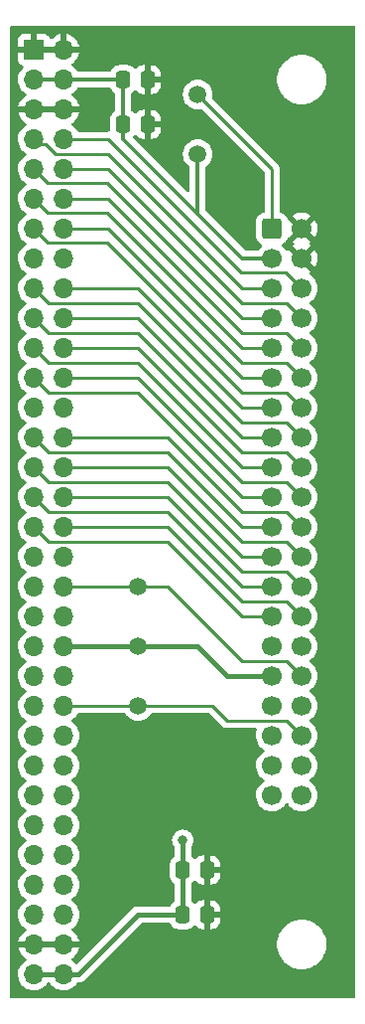
<source format=gbr>
%TF.GenerationSoftware,KiCad,Pcbnew,6.0.3*%
%TF.CreationDate,2022-03-22T19:26:19+01:00*%
%TF.ProjectId,lcdbrd,6c636462-7264-42e6-9b69-6361645f7063,rev?*%
%TF.SameCoordinates,Original*%
%TF.FileFunction,Copper,L1,Top*%
%TF.FilePolarity,Positive*%
%FSLAX46Y46*%
G04 Gerber Fmt 4.6, Leading zero omitted, Abs format (unit mm)*
G04 Created by KiCad (PCBNEW 6.0.3) date 2022-03-22 19:26:19*
%MOMM*%
%LPD*%
G01*
G04 APERTURE LIST*
G04 Aperture macros list*
%AMRoundRect*
0 Rectangle with rounded corners*
0 $1 Rounding radius*
0 $2 $3 $4 $5 $6 $7 $8 $9 X,Y pos of 4 corners*
0 Add a 4 corners polygon primitive as box body*
4,1,4,$2,$3,$4,$5,$6,$7,$8,$9,$2,$3,0*
0 Add four circle primitives for the rounded corners*
1,1,$1+$1,$2,$3*
1,1,$1+$1,$4,$5*
1,1,$1+$1,$6,$7*
1,1,$1+$1,$8,$9*
0 Add four rect primitives between the rounded corners*
20,1,$1+$1,$2,$3,$4,$5,0*
20,1,$1+$1,$4,$5,$6,$7,0*
20,1,$1+$1,$6,$7,$8,$9,0*
20,1,$1+$1,$8,$9,$2,$3,0*%
G04 Aperture macros list end*
%TA.AperFunction,SMDPad,CuDef*%
%ADD10RoundRect,0.250000X-0.337500X-0.475000X0.337500X-0.475000X0.337500X0.475000X-0.337500X0.475000X0*%
%TD*%
%TA.AperFunction,SMDPad,CuDef*%
%ADD11C,1.500000*%
%TD*%
%TA.AperFunction,ComponentPad*%
%ADD12RoundRect,0.250000X-0.600000X-0.600000X0.600000X-0.600000X0.600000X0.600000X-0.600000X0.600000X0*%
%TD*%
%TA.AperFunction,ComponentPad*%
%ADD13C,1.700000*%
%TD*%
%TA.AperFunction,ComponentPad*%
%ADD14R,1.700000X1.700000*%
%TD*%
%TA.AperFunction,ComponentPad*%
%ADD15O,1.700000X1.700000*%
%TD*%
%TA.AperFunction,ViaPad*%
%ADD16C,0.800000*%
%TD*%
%TA.AperFunction,Conductor*%
%ADD17C,0.400000*%
%TD*%
%TA.AperFunction,Conductor*%
%ADD18C,0.250000*%
%TD*%
%TA.AperFunction,Conductor*%
%ADD19C,0.350000*%
%TD*%
G04 APERTURE END LIST*
D10*
%TO.P,C4,1*%
%TO.N,3v3*%
X83820000Y-50800000D03*
%TO.P,C4,2*%
%TO.N,GND*%
X85895000Y-50800000D03*
%TD*%
D11*
%TO.P,TP3,1,1*%
%TO.N,/DE*%
X85090000Y-93980000D03*
%TD*%
%TO.P,TP1,1,1*%
%TO.N,5v0*%
X90170000Y-52070000D03*
%TD*%
D12*
%TO.P,J2,1,Pin_1*%
%TO.N,5v0*%
X96520000Y-63500000D03*
D13*
%TO.P,J2,2,Pin_2*%
%TO.N,GND*%
X99060000Y-63500000D03*
%TO.P,J2,3,Pin_3*%
%TO.N,3v3*%
X96520000Y-66040000D03*
%TO.P,J2,4,Pin_4*%
%TO.N,GND*%
X99060000Y-66040000D03*
%TO.P,J2,5,Pin_5*%
%TO.N,/R0*%
X96520000Y-68580000D03*
%TO.P,J2,6,Pin_6*%
%TO.N,/R1*%
X99060000Y-68580000D03*
%TO.P,J2,7,Pin_7*%
%TO.N,/R2*%
X96520000Y-71120000D03*
%TO.P,J2,8,Pin_8*%
%TO.N,/R3*%
X99060000Y-71120000D03*
%TO.P,J2,9,Pin_9*%
%TO.N,/R4*%
X96520000Y-73660000D03*
%TO.P,J2,10,Pin_10*%
%TO.N,/R5*%
X99060000Y-73660000D03*
%TO.P,J2,11,Pin_11*%
%TO.N,/R6*%
X96520000Y-76200000D03*
%TO.P,J2,12,Pin_12*%
%TO.N,/R7*%
X99060000Y-76200000D03*
%TO.P,J2,13,Pin_13*%
%TO.N,/G0*%
X96520000Y-78740000D03*
%TO.P,J2,14,Pin_14*%
%TO.N,/G1*%
X99060000Y-78740000D03*
%TO.P,J2,15,Pin_15*%
%TO.N,/G2*%
X96520000Y-81280000D03*
%TO.P,J2,16,Pin_16*%
%TO.N,/G3*%
X99060000Y-81280000D03*
%TO.P,J2,17,Pin_17*%
%TO.N,/G4*%
X96520000Y-83820000D03*
%TO.P,J2,18,Pin_18*%
%TO.N,/G5*%
X99060000Y-83820000D03*
%TO.P,J2,19,Pin_19*%
%TO.N,/G6*%
X96520000Y-86360000D03*
%TO.P,J2,20,Pin_20*%
%TO.N,/G7*%
X99060000Y-86360000D03*
%TO.P,J2,21,Pin_21*%
%TO.N,/B0*%
X96520000Y-88900000D03*
%TO.P,J2,22,Pin_22*%
%TO.N,/B1*%
X99060000Y-88900000D03*
%TO.P,J2,23,Pin_23*%
%TO.N,/B2*%
X96520000Y-91440000D03*
%TO.P,J2,24,Pin_24*%
%TO.N,/B3*%
X99060000Y-91440000D03*
%TO.P,J2,25,Pin_25*%
%TO.N,/B4*%
X96520000Y-93980000D03*
%TO.P,J2,26,Pin_26*%
%TO.N,/B5*%
X99060000Y-93980000D03*
%TO.P,J2,27,Pin_27*%
%TO.N,/B6*%
X96520000Y-96520000D03*
%TO.P,J2,28,Pin_28*%
%TO.N,/B7*%
X99060000Y-96520000D03*
%TO.P,J2,29,Pin_29*%
%TO.N,unconnected-(J2-Pad29)*%
X96520000Y-99060000D03*
%TO.P,J2,30,Pin_30*%
%TO.N,unconnected-(J2-Pad30)*%
X99060000Y-99060000D03*
%TO.P,J2,31,Pin_31*%
%TO.N,/CLK*%
X96520000Y-101600000D03*
%TO.P,J2,32,Pin_32*%
%TO.N,/DE*%
X99060000Y-101600000D03*
%TO.P,J2,33,Pin_33*%
%TO.N,unconnected-(J2-Pad33)*%
X96520000Y-104140000D03*
%TO.P,J2,34,Pin_34*%
%TO.N,unconnected-(J2-Pad34)*%
X99060000Y-104140000D03*
%TO.P,J2,35,Pin_35*%
%TO.N,3v3*%
X96520000Y-106680000D03*
%TO.P,J2,36,Pin_36*%
%TO.N,/BKL*%
X99060000Y-106680000D03*
%TO.P,J2,37,Pin_37*%
%TO.N,unconnected-(J2-Pad37)*%
X96520000Y-109220000D03*
%TO.P,J2,38,Pin_38*%
%TO.N,unconnected-(J2-Pad38)*%
X99060000Y-109220000D03*
%TO.P,J2,39,Pin_39*%
%TO.N,unconnected-(J2-Pad39)*%
X96520000Y-111760000D03*
%TO.P,J2,40,Pin_40*%
%TO.N,unconnected-(J2-Pad40)*%
X99060000Y-111760000D03*
%TD*%
D10*
%TO.P,C3,1*%
%TO.N,3v3*%
X83820000Y-54610000D03*
%TO.P,C3,2*%
%TO.N,GND*%
X85895000Y-54610000D03*
%TD*%
%TO.P,C1,1*%
%TO.N,5v0*%
X88900000Y-121920000D03*
%TO.P,C1,2*%
%TO.N,GND*%
X90975000Y-121920000D03*
%TD*%
D11*
%TO.P,TP5,1,1*%
%TO.N,/BKL*%
X85090000Y-104140000D03*
%TD*%
D10*
%TO.P,C2,1*%
%TO.N,5v0*%
X88900000Y-118110000D03*
%TO.P,C2,2*%
%TO.N,GND*%
X90975000Y-118110000D03*
%TD*%
D11*
%TO.P,TP4,1,1*%
%TO.N,/CLK*%
X85090000Y-99060000D03*
%TD*%
%TO.P,TP2,1,1*%
%TO.N,3v3*%
X90170000Y-57150000D03*
%TD*%
D14*
%TO.P,J1,1,Pin_1*%
%TO.N,GND*%
X76200000Y-48260000D03*
D15*
%TO.P,J1,2,Pin_2*%
X78740000Y-48260000D03*
%TO.P,J1,3,Pin_3*%
%TO.N,3v3*%
X76200000Y-50800000D03*
%TO.P,J1,4,Pin_4*%
X78740000Y-50800000D03*
%TO.P,J1,5,Pin_5*%
%TO.N,GND*%
X76200000Y-53340000D03*
%TO.P,J1,6,Pin_6*%
X78740000Y-53340000D03*
%TO.P,J1,7,Pin_7*%
%TO.N,/R0*%
X76200000Y-55880000D03*
%TO.P,J1,8,Pin_8*%
%TO.N,/R1*%
X78740000Y-55880000D03*
%TO.P,J1,9,Pin_9*%
%TO.N,/R2*%
X76200000Y-58420000D03*
%TO.P,J1,10,Pin_10*%
%TO.N,/R3*%
X78740000Y-58420000D03*
%TO.P,J1,11,Pin_11*%
%TO.N,/R4*%
X76200000Y-60960000D03*
%TO.P,J1,12,Pin_12*%
%TO.N,/R5*%
X78740000Y-60960000D03*
%TO.P,J1,13,Pin_13*%
%TO.N,/R6*%
X76200000Y-63500000D03*
%TO.P,J1,14,Pin_14*%
%TO.N,/R7*%
X78740000Y-63500000D03*
%TO.P,J1,15,Pin_15*%
%TO.N,unconnected-(J1-Pad15)*%
X76200000Y-66040000D03*
%TO.P,J1,16,Pin_16*%
%TO.N,unconnected-(J1-Pad16)*%
X78740000Y-66040000D03*
%TO.P,J1,17,Pin_17*%
%TO.N,/G0*%
X76200000Y-68580000D03*
%TO.P,J1,18,Pin_18*%
%TO.N,/G1*%
X78740000Y-68580000D03*
%TO.P,J1,19,Pin_19*%
%TO.N,/G2*%
X76200000Y-71120000D03*
%TO.P,J1,20,Pin_20*%
%TO.N,/G3*%
X78740000Y-71120000D03*
%TO.P,J1,21,Pin_21*%
%TO.N,/G4*%
X76200000Y-73660000D03*
%TO.P,J1,22,Pin_22*%
%TO.N,/G5*%
X78740000Y-73660000D03*
%TO.P,J1,23,Pin_23*%
%TO.N,/G6*%
X76200000Y-76200000D03*
%TO.P,J1,24,Pin_24*%
%TO.N,/G7*%
X78740000Y-76200000D03*
%TO.P,J1,25,Pin_25*%
%TO.N,unconnected-(J1-Pad25)*%
X76200000Y-78740000D03*
%TO.P,J1,26,Pin_26*%
%TO.N,unconnected-(J1-Pad26)*%
X78740000Y-78740000D03*
%TO.P,J1,27,Pin_27*%
%TO.N,/B0*%
X76200000Y-81280000D03*
%TO.P,J1,28,Pin_28*%
%TO.N,/B1*%
X78740000Y-81280000D03*
%TO.P,J1,29,Pin_29*%
%TO.N,/B2*%
X76200000Y-83820000D03*
%TO.P,J1,30,Pin_30*%
%TO.N,/B3*%
X78740000Y-83820000D03*
%TO.P,J1,31,Pin_31*%
%TO.N,/B4*%
X76200000Y-86360000D03*
%TO.P,J1,32,Pin_32*%
%TO.N,/B5*%
X78740000Y-86360000D03*
%TO.P,J1,33,Pin_33*%
%TO.N,/B6*%
X76200000Y-88900000D03*
%TO.P,J1,34,Pin_34*%
%TO.N,/B7*%
X78740000Y-88900000D03*
%TO.P,J1,35,Pin_35*%
%TO.N,unconnected-(J1-Pad35)*%
X76200000Y-91440000D03*
%TO.P,J1,36,Pin_36*%
%TO.N,unconnected-(J1-Pad36)*%
X78740000Y-91440000D03*
%TO.P,J1,37,Pin_37*%
%TO.N,unconnected-(J1-Pad37)*%
X76200000Y-93980000D03*
%TO.P,J1,38,Pin_38*%
%TO.N,/DE*%
X78740000Y-93980000D03*
%TO.P,J1,39,Pin_39*%
%TO.N,unconnected-(J1-Pad39)*%
X76200000Y-96520000D03*
%TO.P,J1,40,Pin_40*%
%TO.N,unconnected-(J1-Pad40)*%
X78740000Y-96520000D03*
%TO.P,J1,41,Pin_41*%
%TO.N,unconnected-(J1-Pad41)*%
X76200000Y-99060000D03*
%TO.P,J1,42,Pin_42*%
%TO.N,/CLK*%
X78740000Y-99060000D03*
%TO.P,J1,43,Pin_43*%
%TO.N,unconnected-(J1-Pad43)*%
X76200000Y-101600000D03*
%TO.P,J1,44,Pin_44*%
%TO.N,unconnected-(J1-Pad44)*%
X78740000Y-101600000D03*
%TO.P,J1,45,Pin_45*%
%TO.N,unconnected-(J1-Pad45)*%
X76200000Y-104140000D03*
%TO.P,J1,46,Pin_46*%
%TO.N,/BKL*%
X78740000Y-104140000D03*
%TO.P,J1,47,Pin_47*%
%TO.N,unconnected-(J1-Pad47)*%
X76200000Y-106680000D03*
%TO.P,J1,48,Pin_48*%
%TO.N,unconnected-(J1-Pad48)*%
X78740000Y-106680000D03*
%TO.P,J1,49,Pin_49*%
%TO.N,unconnected-(J1-Pad49)*%
X76200000Y-109220000D03*
%TO.P,J1,50,Pin_50*%
%TO.N,unconnected-(J1-Pad50)*%
X78740000Y-109220000D03*
%TO.P,J1,51,Pin_51*%
%TO.N,unconnected-(J1-Pad51)*%
X76200000Y-111760000D03*
%TO.P,J1,52,Pin_52*%
%TO.N,unconnected-(J1-Pad52)*%
X78740000Y-111760000D03*
%TO.P,J1,53,Pin_53*%
%TO.N,unconnected-(J1-Pad53)*%
X76200000Y-114300000D03*
%TO.P,J1,54,Pin_54*%
%TO.N,unconnected-(J1-Pad54)*%
X78740000Y-114300000D03*
%TO.P,J1,55,Pin_55*%
%TO.N,unconnected-(J1-Pad55)*%
X76200000Y-116840000D03*
%TO.P,J1,56,Pin_56*%
%TO.N,unconnected-(J1-Pad56)*%
X78740000Y-116840000D03*
%TO.P,J1,57,Pin_57*%
%TO.N,unconnected-(J1-Pad57)*%
X76200000Y-119380000D03*
%TO.P,J1,58,Pin_58*%
%TO.N,unconnected-(J1-Pad58)*%
X78740000Y-119380000D03*
%TO.P,J1,59,Pin_59*%
%TO.N,unconnected-(J1-Pad59)*%
X76200000Y-121920000D03*
%TO.P,J1,60,Pin_60*%
%TO.N,unconnected-(J1-Pad60)*%
X78740000Y-121920000D03*
%TO.P,J1,61,Pin_61*%
%TO.N,GND*%
X76200000Y-124460000D03*
%TO.P,J1,62,Pin_62*%
X78740000Y-124460000D03*
%TO.P,J1,63,Pin_63*%
%TO.N,5v0*%
X76200000Y-127000000D03*
%TO.P,J1,64,Pin_64*%
X78740000Y-127000000D03*
%TD*%
D16*
%TO.N,5v0*%
X88900000Y-115570000D03*
%TD*%
D17*
%TO.N,5v0*%
X78740000Y-127000000D02*
X76200000Y-127000000D01*
D18*
X96520000Y-63500000D02*
X96520000Y-58420000D01*
D17*
X85090000Y-121920000D02*
X80010000Y-127000000D01*
X88900000Y-121920000D02*
X85090000Y-121920000D01*
X88900000Y-115570000D02*
X88900000Y-121920000D01*
D18*
X96520000Y-58420000D02*
X90170000Y-52070000D01*
D17*
X80010000Y-127000000D02*
X78740000Y-127000000D01*
D18*
%TO.N,/R0*%
X93980000Y-68580000D02*
X82550000Y-57150000D01*
X96520000Y-68580000D02*
X93980000Y-68580000D01*
X82550000Y-57150000D02*
X78070362Y-57150000D01*
X78070362Y-57150000D02*
X77224881Y-56304519D01*
X77224881Y-56304519D02*
X76200000Y-56304519D01*
%TO.N,/R1*%
X97694511Y-67214511D02*
X93884511Y-67214511D01*
X93884511Y-67214511D02*
X82550000Y-55880000D01*
X99060000Y-68580000D02*
X97694511Y-67214511D01*
X82550000Y-55880000D02*
X78740000Y-55880000D01*
%TO.N,/R2*%
X82454511Y-59594511D02*
X77374511Y-59594511D01*
X93980000Y-71120000D02*
X82454511Y-59594511D01*
X77374511Y-59594511D02*
X76200000Y-58420000D01*
X96520000Y-71120000D02*
X93980000Y-71120000D01*
%TO.N,/R3*%
X93980000Y-69850000D02*
X82550000Y-58420000D01*
X99060000Y-71120000D02*
X97790000Y-69850000D01*
X97790000Y-69850000D02*
X93980000Y-69850000D01*
X82550000Y-58420000D02*
X78740000Y-58420000D01*
%TO.N,/R4*%
X82454511Y-62134511D02*
X77374511Y-62134511D01*
X77374511Y-62134511D02*
X76200000Y-60960000D01*
X96520000Y-73660000D02*
X93980000Y-73660000D01*
X93980000Y-73660000D02*
X82454511Y-62134511D01*
%TO.N,/R5*%
X82550000Y-60960000D02*
X78740000Y-60960000D01*
X99060000Y-73660000D02*
X97790000Y-72390000D01*
X93980000Y-72390000D02*
X82550000Y-60960000D01*
X97790000Y-72390000D02*
X93980000Y-72390000D01*
%TO.N,/R6*%
X96520000Y-76200000D02*
X93980000Y-76200000D01*
X93980000Y-76200000D02*
X82454511Y-64674511D01*
X77374511Y-64674511D02*
X76200000Y-63500000D01*
X82454511Y-64674511D02*
X77374511Y-64674511D01*
%TO.N,/R7*%
X93980000Y-74930000D02*
X82550000Y-63500000D01*
X82550000Y-63500000D02*
X78740000Y-63500000D01*
X97790000Y-74930000D02*
X93980000Y-74930000D01*
X99060000Y-76200000D02*
X97790000Y-74930000D01*
%TO.N,/G0*%
X96520000Y-78740000D02*
X93980000Y-78740000D01*
X93980000Y-78740000D02*
X85090000Y-69850000D01*
X77470000Y-69850000D02*
X76200000Y-68580000D01*
X85090000Y-69850000D02*
X77470000Y-69850000D01*
%TO.N,/G1*%
X99060000Y-78740000D02*
X97790000Y-77470000D01*
X97790000Y-77470000D02*
X93980000Y-77470000D01*
X85090000Y-68580000D02*
X78740000Y-68580000D01*
X93980000Y-77470000D02*
X85090000Y-68580000D01*
%TO.N,/G2*%
X93980000Y-81280000D02*
X85090000Y-72390000D01*
X96520000Y-81280000D02*
X93980000Y-81280000D01*
X77470000Y-72390000D02*
X76200000Y-71120000D01*
X85090000Y-72390000D02*
X77470000Y-72390000D01*
%TO.N,/G3*%
X99060000Y-81280000D02*
X97790000Y-80010000D01*
X97790000Y-80010000D02*
X93980000Y-80010000D01*
X85090000Y-71120000D02*
X78740000Y-71120000D01*
X93980000Y-80010000D02*
X85090000Y-71120000D01*
%TO.N,/G4*%
X85090000Y-74930000D02*
X77470000Y-74930000D01*
X93980000Y-83820000D02*
X85090000Y-74930000D01*
X77470000Y-74930000D02*
X76200000Y-73660000D01*
X96520000Y-83820000D02*
X93980000Y-83820000D01*
%TO.N,/G5*%
X97790000Y-82550000D02*
X93980000Y-82550000D01*
X85090000Y-73660000D02*
X78740000Y-73660000D01*
X93980000Y-82550000D02*
X85090000Y-73660000D01*
X99060000Y-83820000D02*
X97790000Y-82550000D01*
%TO.N,/G6*%
X96520000Y-86360000D02*
X93980000Y-86360000D01*
X93980000Y-86360000D02*
X85090000Y-77470000D01*
X77470000Y-77470000D02*
X76200000Y-76200000D01*
X85090000Y-77470000D02*
X77470000Y-77470000D01*
%TO.N,/G7*%
X93980000Y-85090000D02*
X85090000Y-76200000D01*
X85090000Y-76200000D02*
X78740000Y-76200000D01*
X97790000Y-85090000D02*
X93980000Y-85090000D01*
X99060000Y-86360000D02*
X97790000Y-85090000D01*
%TO.N,/B0*%
X87630000Y-82550000D02*
X77470000Y-82550000D01*
X93980000Y-88900000D02*
X87630000Y-82550000D01*
X77470000Y-82550000D02*
X76200000Y-81280000D01*
X96520000Y-88900000D02*
X93980000Y-88900000D01*
%TO.N,/B1*%
X87630000Y-81280000D02*
X78740000Y-81280000D01*
X99060000Y-88900000D02*
X97790000Y-87630000D01*
X97790000Y-87630000D02*
X93980000Y-87630000D01*
X93980000Y-87630000D02*
X87630000Y-81280000D01*
%TO.N,/B2*%
X87630000Y-85090000D02*
X77470000Y-85090000D01*
X96520000Y-91440000D02*
X93980000Y-91440000D01*
X77470000Y-85090000D02*
X76200000Y-83820000D01*
X93980000Y-91440000D02*
X87630000Y-85090000D01*
%TO.N,/B3*%
X87630000Y-83820000D02*
X78740000Y-83820000D01*
X93980000Y-90170000D02*
X87630000Y-83820000D01*
X97790000Y-90170000D02*
X93980000Y-90170000D01*
X99060000Y-91440000D02*
X97790000Y-90170000D01*
%TO.N,/B4*%
X96520000Y-93980000D02*
X93980000Y-93980000D01*
X93980000Y-93980000D02*
X87630000Y-87630000D01*
X87630000Y-87630000D02*
X77470000Y-87630000D01*
X77470000Y-87630000D02*
X76200000Y-86360000D01*
%TO.N,/B5*%
X97790000Y-92710000D02*
X93980000Y-92710000D01*
X87630000Y-86360000D02*
X78740000Y-86360000D01*
X93980000Y-92710000D02*
X87630000Y-86360000D01*
X99060000Y-93980000D02*
X97790000Y-92710000D01*
%TO.N,/B6*%
X93980000Y-96520000D02*
X87630000Y-90170000D01*
X77470000Y-90170000D02*
X76200000Y-88900000D01*
X87630000Y-90170000D02*
X77470000Y-90170000D01*
X96520000Y-96520000D02*
X93980000Y-96520000D01*
D19*
%TO.N,3v3*%
X90170000Y-57150000D02*
X90170000Y-62230000D01*
X96520000Y-66040000D02*
X93980000Y-66040000D01*
X78740000Y-50800000D02*
X76200000Y-50800000D01*
X91440000Y-63500000D02*
X93980000Y-66040000D01*
X83820000Y-50800000D02*
X83820000Y-54610000D01*
X83820000Y-50800000D02*
X78740000Y-50800000D01*
X83820000Y-54610000D02*
X83820000Y-55880000D01*
X83820000Y-55880000D02*
X91440000Y-63500000D01*
D18*
%TO.N,/BKL*%
X99060000Y-106680000D02*
X97790000Y-105410000D01*
X91440000Y-104140000D02*
X85090000Y-104140000D01*
X85090000Y-104140000D02*
X78740000Y-104140000D01*
X97790000Y-105410000D02*
X92710000Y-105410000D01*
X92710000Y-105410000D02*
X91440000Y-104140000D01*
D17*
%TO.N,/CLK*%
X90170000Y-99060000D02*
X85090000Y-99060000D01*
X92710000Y-101600000D02*
X90170000Y-99060000D01*
X96520000Y-101600000D02*
X92710000Y-101600000D01*
X85090000Y-99060000D02*
X78740000Y-99060000D01*
D18*
%TO.N,/B7*%
X97790000Y-95250000D02*
X93980000Y-95250000D01*
X87630000Y-88900000D02*
X78740000Y-88900000D01*
X99060000Y-96520000D02*
X97790000Y-95250000D01*
X93980000Y-95250000D02*
X87630000Y-88900000D01*
%TO.N,/DE*%
X87630000Y-93980000D02*
X85090000Y-93980000D01*
X99060000Y-101600000D02*
X97790000Y-100330000D01*
X93980000Y-100330000D02*
X87630000Y-93980000D01*
X97790000Y-100330000D02*
X93980000Y-100330000D01*
X85090000Y-93980000D02*
X78740000Y-93980000D01*
%TD*%
%TA.AperFunction,Conductor*%
%TO.N,GND*%
G36*
X103573621Y-46248502D02*
G01*
X103620114Y-46302158D01*
X103631500Y-46354500D01*
X103631500Y-128905500D01*
X103611498Y-128973621D01*
X103557842Y-129020114D01*
X103505500Y-129031500D01*
X74294500Y-129031500D01*
X74226379Y-129011498D01*
X74179886Y-128957842D01*
X74168500Y-128905500D01*
X74168500Y-126966695D01*
X74837251Y-126966695D01*
X74850110Y-127189715D01*
X74851247Y-127194761D01*
X74851248Y-127194767D01*
X74875304Y-127301508D01*
X74899222Y-127407639D01*
X74932190Y-127488830D01*
X74966535Y-127573411D01*
X74983266Y-127614616D01*
X74995863Y-127635173D01*
X75097291Y-127800688D01*
X75099987Y-127805088D01*
X75246250Y-127973938D01*
X75418126Y-128116632D01*
X75611000Y-128229338D01*
X75819692Y-128309030D01*
X75824760Y-128310061D01*
X75824763Y-128310062D01*
X75932017Y-128331883D01*
X76038597Y-128353567D01*
X76043772Y-128353757D01*
X76043774Y-128353757D01*
X76256673Y-128361564D01*
X76256677Y-128361564D01*
X76261837Y-128361753D01*
X76266957Y-128361097D01*
X76266959Y-128361097D01*
X76478288Y-128334025D01*
X76478289Y-128334025D01*
X76483416Y-128333368D01*
X76488366Y-128331883D01*
X76692429Y-128270661D01*
X76692434Y-128270659D01*
X76697384Y-128269174D01*
X76897994Y-128170896D01*
X77079860Y-128041173D01*
X77238096Y-127883489D01*
X77297594Y-127800689D01*
X77326132Y-127760974D01*
X77382127Y-127717326D01*
X77428455Y-127708500D01*
X77510234Y-127708500D01*
X77578355Y-127728502D01*
X77617667Y-127768665D01*
X77639987Y-127805088D01*
X77786250Y-127973938D01*
X77958126Y-128116632D01*
X78151000Y-128229338D01*
X78359692Y-128309030D01*
X78364760Y-128310061D01*
X78364763Y-128310062D01*
X78472017Y-128331883D01*
X78578597Y-128353567D01*
X78583772Y-128353757D01*
X78583774Y-128353757D01*
X78796673Y-128361564D01*
X78796677Y-128361564D01*
X78801837Y-128361753D01*
X78806957Y-128361097D01*
X78806959Y-128361097D01*
X79018288Y-128334025D01*
X79018289Y-128334025D01*
X79023416Y-128333368D01*
X79028366Y-128331883D01*
X79232429Y-128270661D01*
X79232434Y-128270659D01*
X79237384Y-128269174D01*
X79437994Y-128170896D01*
X79619860Y-128041173D01*
X79778096Y-127883489D01*
X79837594Y-127800689D01*
X79866132Y-127760974D01*
X79922127Y-127717326D01*
X79968455Y-127708500D01*
X79981088Y-127708500D01*
X79989658Y-127708792D01*
X80039776Y-127712209D01*
X80039780Y-127712209D01*
X80047352Y-127712725D01*
X80054829Y-127711420D01*
X80054830Y-127711420D01*
X80081308Y-127706799D01*
X80110303Y-127701738D01*
X80116821Y-127700777D01*
X80180242Y-127693102D01*
X80187343Y-127690419D01*
X80189952Y-127689778D01*
X80206262Y-127685315D01*
X80208798Y-127684550D01*
X80216284Y-127683243D01*
X80274800Y-127657556D01*
X80280904Y-127655065D01*
X80333548Y-127635173D01*
X80333549Y-127635172D01*
X80340656Y-127632487D01*
X80346919Y-127628183D01*
X80349285Y-127626946D01*
X80364097Y-127618701D01*
X80366351Y-127617368D01*
X80373305Y-127614315D01*
X80424002Y-127575413D01*
X80429332Y-127571541D01*
X80475720Y-127539661D01*
X80475725Y-127539656D01*
X80481981Y-127535357D01*
X80523436Y-127488829D01*
X80528416Y-127483554D01*
X83419267Y-124592703D01*
X96950743Y-124592703D01*
X96988268Y-124877734D01*
X97064129Y-125155036D01*
X97176923Y-125419476D01*
X97227385Y-125503792D01*
X97318030Y-125655248D01*
X97324561Y-125666161D01*
X97504313Y-125890528D01*
X97712851Y-126088423D01*
X97946317Y-126256186D01*
X97950112Y-126258195D01*
X97950113Y-126258196D01*
X97971869Y-126269715D01*
X98200392Y-126390712D01*
X98470373Y-126489511D01*
X98751264Y-126550755D01*
X98779841Y-126553004D01*
X98974282Y-126568307D01*
X98974291Y-126568307D01*
X98976739Y-126568500D01*
X99132271Y-126568500D01*
X99134407Y-126568354D01*
X99134418Y-126568354D01*
X99342548Y-126554165D01*
X99342554Y-126554164D01*
X99346825Y-126553873D01*
X99351020Y-126553004D01*
X99351022Y-126553004D01*
X99488132Y-126524610D01*
X99628342Y-126495574D01*
X99899343Y-126399607D01*
X100154812Y-126267750D01*
X100158313Y-126265289D01*
X100158317Y-126265287D01*
X100366119Y-126119241D01*
X100390023Y-126102441D01*
X100492863Y-126006876D01*
X100597479Y-125909661D01*
X100597481Y-125909658D01*
X100600622Y-125906740D01*
X100782713Y-125684268D01*
X100932927Y-125439142D01*
X101011395Y-125260388D01*
X101046757Y-125179830D01*
X101048483Y-125175898D01*
X101127244Y-124899406D01*
X101167751Y-124614784D01*
X101167845Y-124596951D01*
X101169235Y-124331583D01*
X101169235Y-124331576D01*
X101169257Y-124327297D01*
X101131732Y-124042266D01*
X101116007Y-123984783D01*
X101057003Y-123769103D01*
X101055871Y-123764964D01*
X100943077Y-123500524D01*
X100795439Y-123253839D01*
X100615687Y-123029472D01*
X100450980Y-122873171D01*
X100410258Y-122834527D01*
X100410255Y-122834525D01*
X100407149Y-122831577D01*
X100173683Y-122663814D01*
X100151843Y-122652250D01*
X100112424Y-122631379D01*
X99919608Y-122529288D01*
X99690373Y-122445400D01*
X99653658Y-122431964D01*
X99653656Y-122431963D01*
X99649627Y-122430489D01*
X99368736Y-122369245D01*
X99337685Y-122366801D01*
X99145718Y-122351693D01*
X99145709Y-122351693D01*
X99143261Y-122351500D01*
X98987729Y-122351500D01*
X98985593Y-122351646D01*
X98985582Y-122351646D01*
X98777452Y-122365835D01*
X98777446Y-122365836D01*
X98773175Y-122366127D01*
X98768980Y-122366996D01*
X98768978Y-122366996D01*
X98632417Y-122395276D01*
X98491658Y-122424426D01*
X98220657Y-122520393D01*
X97965188Y-122652250D01*
X97961687Y-122654711D01*
X97961683Y-122654713D01*
X97867809Y-122720689D01*
X97729977Y-122817559D01*
X97669017Y-122874207D01*
X97535643Y-122998146D01*
X97519378Y-123013260D01*
X97337287Y-123235732D01*
X97187073Y-123480858D01*
X97185347Y-123484791D01*
X97185346Y-123484792D01*
X97131820Y-123606727D01*
X97071517Y-123744102D01*
X97070342Y-123748229D01*
X97070341Y-123748230D01*
X97057980Y-123791623D01*
X96992756Y-124020594D01*
X96952249Y-124305216D01*
X96952227Y-124309505D01*
X96952226Y-124309512D01*
X96950765Y-124588417D01*
X96950743Y-124592703D01*
X83419267Y-124592703D01*
X85346565Y-122665405D01*
X85408877Y-122631379D01*
X85435660Y-122628500D01*
X87749984Y-122628500D01*
X87818105Y-122648502D01*
X87864598Y-122702158D01*
X87867637Y-122709874D01*
X87868632Y-122711997D01*
X87870950Y-122718946D01*
X87964022Y-122869348D01*
X88089197Y-122994305D01*
X88095427Y-122998145D01*
X88095428Y-122998146D01*
X88232788Y-123082816D01*
X88239762Y-123087115D01*
X88319505Y-123113564D01*
X88401111Y-123140632D01*
X88401113Y-123140632D01*
X88407639Y-123142797D01*
X88414475Y-123143497D01*
X88414478Y-123143498D01*
X88457531Y-123147909D01*
X88512100Y-123153500D01*
X89287900Y-123153500D01*
X89291146Y-123153163D01*
X89291150Y-123153163D01*
X89386808Y-123143238D01*
X89386812Y-123143237D01*
X89393666Y-123142526D01*
X89400202Y-123140345D01*
X89400204Y-123140345D01*
X89548419Y-123090896D01*
X89561446Y-123086550D01*
X89711848Y-122993478D01*
X89836805Y-122868303D01*
X89839602Y-122863765D01*
X89896853Y-122823176D01*
X89967776Y-122819946D01*
X90029187Y-122855572D01*
X90036562Y-122864068D01*
X90044598Y-122874207D01*
X90159329Y-122988739D01*
X90170740Y-122997751D01*
X90308743Y-123082816D01*
X90321924Y-123088963D01*
X90476210Y-123140138D01*
X90489586Y-123143005D01*
X90583938Y-123152672D01*
X90590354Y-123153000D01*
X90702885Y-123153000D01*
X90718124Y-123148525D01*
X90719329Y-123147135D01*
X90721000Y-123139452D01*
X90721000Y-123134884D01*
X91229000Y-123134884D01*
X91233475Y-123150123D01*
X91234865Y-123151328D01*
X91242548Y-123152999D01*
X91359595Y-123152999D01*
X91366114Y-123152662D01*
X91461706Y-123142743D01*
X91475100Y-123139851D01*
X91629284Y-123088412D01*
X91642462Y-123082239D01*
X91780307Y-122996937D01*
X91791708Y-122987901D01*
X91906239Y-122873171D01*
X91915251Y-122861760D01*
X92000316Y-122723757D01*
X92006463Y-122710576D01*
X92057638Y-122556290D01*
X92060505Y-122542914D01*
X92070172Y-122448562D01*
X92070500Y-122442146D01*
X92070500Y-122192115D01*
X92066025Y-122176876D01*
X92064635Y-122175671D01*
X92056952Y-122174000D01*
X91247115Y-122174000D01*
X91231876Y-122178475D01*
X91230671Y-122179865D01*
X91229000Y-122187548D01*
X91229000Y-123134884D01*
X90721000Y-123134884D01*
X90721000Y-121647885D01*
X91229000Y-121647885D01*
X91233475Y-121663124D01*
X91234865Y-121664329D01*
X91242548Y-121666000D01*
X92052384Y-121666000D01*
X92067623Y-121661525D01*
X92068828Y-121660135D01*
X92070499Y-121652452D01*
X92070499Y-121397905D01*
X92070162Y-121391386D01*
X92060243Y-121295794D01*
X92057351Y-121282400D01*
X92005912Y-121128216D01*
X91999739Y-121115038D01*
X91914437Y-120977193D01*
X91905401Y-120965792D01*
X91790671Y-120851261D01*
X91779260Y-120842249D01*
X91641257Y-120757184D01*
X91628076Y-120751037D01*
X91473790Y-120699862D01*
X91460414Y-120696995D01*
X91366062Y-120687328D01*
X91359645Y-120687000D01*
X91247115Y-120687000D01*
X91231876Y-120691475D01*
X91230671Y-120692865D01*
X91229000Y-120700548D01*
X91229000Y-121647885D01*
X90721000Y-121647885D01*
X90721000Y-120705116D01*
X90716525Y-120689877D01*
X90715135Y-120688672D01*
X90707452Y-120687001D01*
X90590405Y-120687001D01*
X90583886Y-120687338D01*
X90488294Y-120697257D01*
X90474900Y-120700149D01*
X90320716Y-120751588D01*
X90307538Y-120757761D01*
X90169693Y-120843063D01*
X90158292Y-120852099D01*
X90043762Y-120966828D01*
X90036706Y-120975762D01*
X89978788Y-121016823D01*
X89907865Y-121020053D01*
X89846454Y-120984426D01*
X89839654Y-120976593D01*
X89835978Y-120970652D01*
X89710803Y-120845695D01*
X89704569Y-120841852D01*
X89668383Y-120819546D01*
X89620890Y-120766774D01*
X89608500Y-120712287D01*
X89608500Y-119317634D01*
X89628502Y-119249513D01*
X89668197Y-119210490D01*
X89705620Y-119187332D01*
X89711848Y-119183478D01*
X89836805Y-119058303D01*
X89839602Y-119053765D01*
X89896853Y-119013176D01*
X89967776Y-119009946D01*
X90029187Y-119045572D01*
X90036562Y-119054068D01*
X90044598Y-119064207D01*
X90159329Y-119178739D01*
X90170740Y-119187751D01*
X90308743Y-119272816D01*
X90321924Y-119278963D01*
X90476210Y-119330138D01*
X90489586Y-119333005D01*
X90583938Y-119342672D01*
X90590354Y-119343000D01*
X90702885Y-119343000D01*
X90718124Y-119338525D01*
X90719329Y-119337135D01*
X90721000Y-119329452D01*
X90721000Y-119324884D01*
X91229000Y-119324884D01*
X91233475Y-119340123D01*
X91234865Y-119341328D01*
X91242548Y-119342999D01*
X91359595Y-119342999D01*
X91366114Y-119342662D01*
X91461706Y-119332743D01*
X91475100Y-119329851D01*
X91629284Y-119278412D01*
X91642462Y-119272239D01*
X91780307Y-119186937D01*
X91791708Y-119177901D01*
X91906239Y-119063171D01*
X91915251Y-119051760D01*
X92000316Y-118913757D01*
X92006463Y-118900576D01*
X92057638Y-118746290D01*
X92060505Y-118732914D01*
X92070172Y-118638562D01*
X92070500Y-118632146D01*
X92070500Y-118382115D01*
X92066025Y-118366876D01*
X92064635Y-118365671D01*
X92056952Y-118364000D01*
X91247115Y-118364000D01*
X91231876Y-118368475D01*
X91230671Y-118369865D01*
X91229000Y-118377548D01*
X91229000Y-119324884D01*
X90721000Y-119324884D01*
X90721000Y-117837885D01*
X91229000Y-117837885D01*
X91233475Y-117853124D01*
X91234865Y-117854329D01*
X91242548Y-117856000D01*
X92052384Y-117856000D01*
X92067623Y-117851525D01*
X92068828Y-117850135D01*
X92070499Y-117842452D01*
X92070499Y-117587905D01*
X92070162Y-117581386D01*
X92060243Y-117485794D01*
X92057351Y-117472400D01*
X92005912Y-117318216D01*
X91999739Y-117305038D01*
X91914437Y-117167193D01*
X91905401Y-117155792D01*
X91790671Y-117041261D01*
X91779260Y-117032249D01*
X91641257Y-116947184D01*
X91628076Y-116941037D01*
X91473790Y-116889862D01*
X91460414Y-116886995D01*
X91366062Y-116877328D01*
X91359645Y-116877000D01*
X91247115Y-116877000D01*
X91231876Y-116881475D01*
X91230671Y-116882865D01*
X91229000Y-116890548D01*
X91229000Y-117837885D01*
X90721000Y-117837885D01*
X90721000Y-116895116D01*
X90716525Y-116879877D01*
X90715135Y-116878672D01*
X90707452Y-116877001D01*
X90590405Y-116877001D01*
X90583886Y-116877338D01*
X90488294Y-116887257D01*
X90474900Y-116890149D01*
X90320716Y-116941588D01*
X90307538Y-116947761D01*
X90169693Y-117033063D01*
X90158292Y-117042099D01*
X90043762Y-117156828D01*
X90036706Y-117165762D01*
X89978788Y-117206823D01*
X89907865Y-117210053D01*
X89846454Y-117174426D01*
X89839654Y-117166593D01*
X89835978Y-117160652D01*
X89710803Y-117035695D01*
X89692718Y-117024547D01*
X89668383Y-117009546D01*
X89620890Y-116956774D01*
X89608500Y-116902287D01*
X89608500Y-116188744D01*
X89628502Y-116120623D01*
X89632564Y-116114683D01*
X89634621Y-116111852D01*
X89639040Y-116106944D01*
X89711097Y-115982138D01*
X89731223Y-115947279D01*
X89731224Y-115947278D01*
X89734527Y-115941556D01*
X89793542Y-115759928D01*
X89799620Y-115702104D01*
X89812814Y-115576565D01*
X89813504Y-115570000D01*
X89793542Y-115380072D01*
X89734527Y-115198444D01*
X89639040Y-115033056D01*
X89611147Y-115002077D01*
X89515675Y-114896045D01*
X89515674Y-114896044D01*
X89511253Y-114891134D01*
X89388311Y-114801811D01*
X89362094Y-114782763D01*
X89362093Y-114782762D01*
X89356752Y-114778882D01*
X89350724Y-114776198D01*
X89350722Y-114776197D01*
X89188319Y-114703891D01*
X89188318Y-114703891D01*
X89182288Y-114701206D01*
X89088887Y-114681353D01*
X89001944Y-114662872D01*
X89001939Y-114662872D01*
X88995487Y-114661500D01*
X88804513Y-114661500D01*
X88798061Y-114662872D01*
X88798056Y-114662872D01*
X88711113Y-114681353D01*
X88617712Y-114701206D01*
X88611682Y-114703891D01*
X88611681Y-114703891D01*
X88449278Y-114776197D01*
X88449276Y-114776198D01*
X88443248Y-114778882D01*
X88437907Y-114782762D01*
X88437906Y-114782763D01*
X88411689Y-114801811D01*
X88288747Y-114891134D01*
X88284326Y-114896044D01*
X88284325Y-114896045D01*
X88188854Y-115002077D01*
X88160960Y-115033056D01*
X88065473Y-115198444D01*
X88006458Y-115380072D01*
X87986496Y-115570000D01*
X87987186Y-115576565D01*
X88000381Y-115702104D01*
X88006458Y-115759928D01*
X88065473Y-115941556D01*
X88068776Y-115947278D01*
X88068777Y-115947279D01*
X88088903Y-115982138D01*
X88160960Y-116106944D01*
X88165379Y-116111852D01*
X88167436Y-116114683D01*
X88191295Y-116181551D01*
X88191500Y-116188744D01*
X88191500Y-116902366D01*
X88171498Y-116970487D01*
X88131804Y-117009509D01*
X88088152Y-117036522D01*
X87963195Y-117161697D01*
X87870385Y-117312262D01*
X87843936Y-117392005D01*
X87823169Y-117454616D01*
X87814703Y-117480139D01*
X87804000Y-117584600D01*
X87804000Y-118635400D01*
X87804337Y-118638646D01*
X87804337Y-118638650D01*
X87814118Y-118732914D01*
X87814974Y-118741166D01*
X87870950Y-118908946D01*
X87964022Y-119059348D01*
X88089197Y-119184305D01*
X88095429Y-119188147D01*
X88095431Y-119188148D01*
X88131617Y-119210454D01*
X88179110Y-119263226D01*
X88191500Y-119317713D01*
X88191500Y-120712366D01*
X88171498Y-120780487D01*
X88131804Y-120819509D01*
X88088152Y-120846522D01*
X87963195Y-120971697D01*
X87959355Y-120977927D01*
X87959354Y-120977928D01*
X87888659Y-121092617D01*
X87870385Y-121122262D01*
X87868081Y-121129209D01*
X87864987Y-121135844D01*
X87862751Y-121134801D01*
X87828977Y-121183538D01*
X87763409Y-121210766D01*
X87749828Y-121211500D01*
X85118927Y-121211500D01*
X85110358Y-121211208D01*
X85060225Y-121207790D01*
X85060221Y-121207790D01*
X85052648Y-121207274D01*
X84989681Y-121218264D01*
X84983169Y-121219224D01*
X84919758Y-121226898D01*
X84912657Y-121229581D01*
X84910048Y-121230222D01*
X84893715Y-121234691D01*
X84891195Y-121235452D01*
X84883717Y-121236757D01*
X84876765Y-121239809D01*
X84876764Y-121239809D01*
X84825204Y-121262441D01*
X84819099Y-121264932D01*
X84766456Y-121284825D01*
X84766452Y-121284827D01*
X84759344Y-121287513D01*
X84753083Y-121291816D01*
X84750717Y-121293053D01*
X84735937Y-121301280D01*
X84733652Y-121302631D01*
X84726695Y-121305685D01*
X84720675Y-121310305D01*
X84720669Y-121310308D01*
X84689542Y-121334194D01*
X84675998Y-121344587D01*
X84670668Y-121348459D01*
X84624280Y-121380339D01*
X84624275Y-121380344D01*
X84618019Y-121384643D01*
X84612968Y-121390313D01*
X84612966Y-121390314D01*
X84576565Y-121431170D01*
X84571584Y-121436446D01*
X79922815Y-126085215D01*
X79860503Y-126119241D01*
X79789688Y-126114176D01*
X79740527Y-126080920D01*
X79673152Y-126006876D01*
X79673142Y-126006867D01*
X79669670Y-126003051D01*
X79665619Y-125999852D01*
X79665615Y-125999848D01*
X79498414Y-125867800D01*
X79498410Y-125867798D01*
X79494359Y-125864598D01*
X79452569Y-125841529D01*
X79402598Y-125791097D01*
X79387826Y-125721654D01*
X79412942Y-125655248D01*
X79440294Y-125628641D01*
X79615328Y-125503792D01*
X79623200Y-125497139D01*
X79774052Y-125346812D01*
X79780730Y-125338965D01*
X79905003Y-125166020D01*
X79910313Y-125157183D01*
X80004670Y-124966267D01*
X80008469Y-124956672D01*
X80070377Y-124752910D01*
X80072555Y-124742837D01*
X80073986Y-124731962D01*
X80071775Y-124717778D01*
X80058617Y-124714000D01*
X74883225Y-124714000D01*
X74869694Y-124717973D01*
X74868257Y-124727966D01*
X74898565Y-124862446D01*
X74901645Y-124872275D01*
X74981770Y-125069603D01*
X74986413Y-125078794D01*
X75097694Y-125260388D01*
X75103777Y-125268699D01*
X75243213Y-125429667D01*
X75250580Y-125436883D01*
X75414434Y-125572916D01*
X75422881Y-125578831D01*
X75491969Y-125619203D01*
X75540693Y-125670842D01*
X75553764Y-125740625D01*
X75527033Y-125806396D01*
X75486584Y-125839752D01*
X75473607Y-125846507D01*
X75469474Y-125849610D01*
X75469471Y-125849612D01*
X75299100Y-125977530D01*
X75294965Y-125980635D01*
X75140629Y-126142138D01*
X75137715Y-126146410D01*
X75137714Y-126146411D01*
X75078005Y-126233941D01*
X75014743Y-126326680D01*
X74984336Y-126392187D01*
X74939160Y-126489511D01*
X74920688Y-126529305D01*
X74860989Y-126744570D01*
X74837251Y-126966695D01*
X74168500Y-126966695D01*
X74168500Y-121886695D01*
X74837251Y-121886695D01*
X74837548Y-121891848D01*
X74837548Y-121891851D01*
X74843011Y-121986590D01*
X74850110Y-122109715D01*
X74851247Y-122114761D01*
X74851248Y-122114767D01*
X74865606Y-122178475D01*
X74899222Y-122327639D01*
X74948323Y-122448562D01*
X74981103Y-122529288D01*
X74983266Y-122534616D01*
X75034019Y-122617438D01*
X75097291Y-122720688D01*
X75099987Y-122725088D01*
X75246250Y-122893938D01*
X75418126Y-123036632D01*
X75491955Y-123079774D01*
X75540679Y-123131412D01*
X75553750Y-123201195D01*
X75527019Y-123266967D01*
X75486562Y-123300327D01*
X75478457Y-123304546D01*
X75469738Y-123310036D01*
X75299433Y-123437905D01*
X75291726Y-123444748D01*
X75144590Y-123598717D01*
X75138104Y-123606727D01*
X75018098Y-123782649D01*
X75013000Y-123791623D01*
X74923338Y-123984783D01*
X74919775Y-123994470D01*
X74864389Y-124194183D01*
X74865912Y-124202607D01*
X74878292Y-124206000D01*
X80058344Y-124206000D01*
X80071875Y-124202027D01*
X80073180Y-124192947D01*
X80031214Y-124025875D01*
X80027894Y-124016124D01*
X79942972Y-123820814D01*
X79938105Y-123811739D01*
X79822426Y-123632926D01*
X79816136Y-123624757D01*
X79672806Y-123467240D01*
X79665273Y-123460215D01*
X79498139Y-123328222D01*
X79489556Y-123322520D01*
X79452602Y-123302120D01*
X79402631Y-123251687D01*
X79387859Y-123182245D01*
X79412975Y-123115839D01*
X79440327Y-123089232D01*
X79463797Y-123072491D01*
X79619860Y-122961173D01*
X79778096Y-122803489D01*
X79837594Y-122720689D01*
X79905435Y-122626277D01*
X79908453Y-122622077D01*
X79929320Y-122579857D01*
X80005136Y-122426453D01*
X80005137Y-122426451D01*
X80007430Y-122421811D01*
X80072370Y-122208069D01*
X80101529Y-121986590D01*
X80103156Y-121920000D01*
X80084852Y-121697361D01*
X80030431Y-121480702D01*
X79941354Y-121275840D01*
X79881641Y-121183538D01*
X79822822Y-121092617D01*
X79822820Y-121092614D01*
X79820014Y-121088277D01*
X79669670Y-120923051D01*
X79665619Y-120919852D01*
X79665615Y-120919848D01*
X79498414Y-120787800D01*
X79498410Y-120787798D01*
X79494359Y-120784598D01*
X79453053Y-120761796D01*
X79403084Y-120711364D01*
X79388312Y-120641921D01*
X79413428Y-120575516D01*
X79440780Y-120548909D01*
X79484603Y-120517650D01*
X79619860Y-120421173D01*
X79778096Y-120263489D01*
X79837594Y-120180689D01*
X79905435Y-120086277D01*
X79908453Y-120082077D01*
X79929320Y-120039857D01*
X80005136Y-119886453D01*
X80005137Y-119886451D01*
X80007430Y-119881811D01*
X80072370Y-119668069D01*
X80101529Y-119446590D01*
X80103156Y-119380000D01*
X80084852Y-119157361D01*
X80030431Y-118940702D01*
X79941354Y-118735840D01*
X79878422Y-118638562D01*
X79822822Y-118552617D01*
X79822820Y-118552614D01*
X79820014Y-118548277D01*
X79669670Y-118383051D01*
X79665619Y-118379852D01*
X79665615Y-118379848D01*
X79498414Y-118247800D01*
X79498410Y-118247798D01*
X79494359Y-118244598D01*
X79453053Y-118221796D01*
X79403084Y-118171364D01*
X79388312Y-118101921D01*
X79413428Y-118035516D01*
X79440780Y-118008909D01*
X79484603Y-117977650D01*
X79619860Y-117881173D01*
X79778096Y-117723489D01*
X79837594Y-117640689D01*
X79905435Y-117546277D01*
X79908453Y-117542077D01*
X79929320Y-117499857D01*
X80005136Y-117346453D01*
X80005137Y-117346451D01*
X80007430Y-117341811D01*
X80062153Y-117161697D01*
X80070865Y-117133023D01*
X80070865Y-117133021D01*
X80072370Y-117128069D01*
X80101529Y-116906590D01*
X80101634Y-116902287D01*
X80103074Y-116843365D01*
X80103074Y-116843361D01*
X80103156Y-116840000D01*
X80084852Y-116617361D01*
X80030431Y-116400702D01*
X79941354Y-116195840D01*
X79820014Y-116008277D01*
X79669670Y-115843051D01*
X79665619Y-115839852D01*
X79665615Y-115839848D01*
X79498414Y-115707800D01*
X79498410Y-115707798D01*
X79494359Y-115704598D01*
X79453053Y-115681796D01*
X79403084Y-115631364D01*
X79388312Y-115561921D01*
X79413428Y-115495516D01*
X79440780Y-115468909D01*
X79484603Y-115437650D01*
X79619860Y-115341173D01*
X79778096Y-115183489D01*
X79837594Y-115100689D01*
X79905435Y-115006277D01*
X79908453Y-115002077D01*
X79929320Y-114959857D01*
X80005136Y-114806453D01*
X80005137Y-114806451D01*
X80007430Y-114801811D01*
X80072370Y-114588069D01*
X80101529Y-114366590D01*
X80103156Y-114300000D01*
X80084852Y-114077361D01*
X80030431Y-113860702D01*
X79941354Y-113655840D01*
X79820014Y-113468277D01*
X79669670Y-113303051D01*
X79665619Y-113299852D01*
X79665615Y-113299848D01*
X79498414Y-113167800D01*
X79498410Y-113167798D01*
X79494359Y-113164598D01*
X79453053Y-113141796D01*
X79403084Y-113091364D01*
X79388312Y-113021921D01*
X79413428Y-112955516D01*
X79440780Y-112928909D01*
X79484603Y-112897650D01*
X79619860Y-112801173D01*
X79778096Y-112643489D01*
X79837594Y-112560689D01*
X79905435Y-112466277D01*
X79908453Y-112462077D01*
X79929320Y-112419857D01*
X80005136Y-112266453D01*
X80005137Y-112266451D01*
X80007430Y-112261811D01*
X80072370Y-112048069D01*
X80101529Y-111826590D01*
X80103156Y-111760000D01*
X80084852Y-111537361D01*
X80030431Y-111320702D01*
X79941354Y-111115840D01*
X79820014Y-110928277D01*
X79669670Y-110763051D01*
X79665619Y-110759852D01*
X79665615Y-110759848D01*
X79498414Y-110627800D01*
X79498410Y-110627798D01*
X79494359Y-110624598D01*
X79453053Y-110601796D01*
X79403084Y-110551364D01*
X79388312Y-110481921D01*
X79413428Y-110415516D01*
X79440780Y-110388909D01*
X79484603Y-110357650D01*
X79619860Y-110261173D01*
X79778096Y-110103489D01*
X79837594Y-110020689D01*
X79905435Y-109926277D01*
X79908453Y-109922077D01*
X79929320Y-109879857D01*
X80005136Y-109726453D01*
X80005137Y-109726451D01*
X80007430Y-109721811D01*
X80072370Y-109508069D01*
X80101529Y-109286590D01*
X80103156Y-109220000D01*
X80084852Y-108997361D01*
X80030431Y-108780702D01*
X79941354Y-108575840D01*
X79820014Y-108388277D01*
X79669670Y-108223051D01*
X79665619Y-108219852D01*
X79665615Y-108219848D01*
X79498414Y-108087800D01*
X79498410Y-108087798D01*
X79494359Y-108084598D01*
X79453053Y-108061796D01*
X79403084Y-108011364D01*
X79388312Y-107941921D01*
X79413428Y-107875516D01*
X79440780Y-107848909D01*
X79484603Y-107817650D01*
X79619860Y-107721173D01*
X79778096Y-107563489D01*
X79837594Y-107480689D01*
X79905435Y-107386277D01*
X79908453Y-107382077D01*
X79929320Y-107339857D01*
X80005136Y-107186453D01*
X80005137Y-107186451D01*
X80007430Y-107181811D01*
X80072370Y-106968069D01*
X80101529Y-106746590D01*
X80103156Y-106680000D01*
X80084852Y-106457361D01*
X80030431Y-106240702D01*
X79941354Y-106035840D01*
X79880079Y-105941123D01*
X79822822Y-105852617D01*
X79822820Y-105852614D01*
X79820014Y-105848277D01*
X79669670Y-105683051D01*
X79665619Y-105679852D01*
X79665615Y-105679848D01*
X79498414Y-105547800D01*
X79498410Y-105547798D01*
X79494359Y-105544598D01*
X79453053Y-105521796D01*
X79403084Y-105471364D01*
X79388312Y-105401921D01*
X79413428Y-105335516D01*
X79440780Y-105308909D01*
X79484603Y-105277650D01*
X79619860Y-105181173D01*
X79778096Y-105023489D01*
X79829439Y-104952038D01*
X79905435Y-104846277D01*
X79908453Y-104842077D01*
X79910746Y-104837437D01*
X79912446Y-104834608D01*
X79964674Y-104786518D01*
X80020451Y-104773500D01*
X83931646Y-104773500D01*
X83999767Y-104793502D01*
X84034858Y-104827228D01*
X84081706Y-104894134D01*
X84117385Y-104945088D01*
X84122251Y-104952038D01*
X84277962Y-105107749D01*
X84282471Y-105110906D01*
X84282473Y-105110908D01*
X84291516Y-105117240D01*
X84458346Y-105234056D01*
X84657924Y-105327120D01*
X84870629Y-105384115D01*
X85090000Y-105403307D01*
X85309371Y-105384115D01*
X85522076Y-105327120D01*
X85721654Y-105234056D01*
X85888484Y-105117240D01*
X85897527Y-105110908D01*
X85897529Y-105110906D01*
X85902038Y-105107749D01*
X86057749Y-104952038D01*
X86062616Y-104945088D01*
X86098294Y-104894134D01*
X86145142Y-104827228D01*
X86200598Y-104782901D01*
X86248354Y-104773500D01*
X91125406Y-104773500D01*
X91193527Y-104793502D01*
X91214501Y-104810405D01*
X92206343Y-105802247D01*
X92213887Y-105810537D01*
X92218000Y-105817018D01*
X92223777Y-105822443D01*
X92267667Y-105863658D01*
X92270509Y-105866413D01*
X92290230Y-105886134D01*
X92293425Y-105888612D01*
X92302447Y-105896318D01*
X92334679Y-105926586D01*
X92341628Y-105930406D01*
X92352432Y-105936346D01*
X92368956Y-105947199D01*
X92384959Y-105959613D01*
X92425543Y-105977176D01*
X92436173Y-105982383D01*
X92474940Y-106003695D01*
X92482617Y-106005666D01*
X92482622Y-106005668D01*
X92494558Y-106008732D01*
X92513266Y-106015137D01*
X92531855Y-106023181D01*
X92539683Y-106024421D01*
X92539690Y-106024423D01*
X92575524Y-106030099D01*
X92587144Y-106032505D01*
X92622289Y-106041528D01*
X92629970Y-106043500D01*
X92650224Y-106043500D01*
X92669934Y-106045051D01*
X92689943Y-106048220D01*
X92697835Y-106047474D01*
X92733961Y-106044059D01*
X92745819Y-106043500D01*
X95121527Y-106043500D01*
X95189648Y-106063502D01*
X95236141Y-106117158D01*
X95246245Y-106187432D01*
X95240745Y-106209182D01*
X95240688Y-106209305D01*
X95180989Y-106424570D01*
X95157251Y-106646695D01*
X95157548Y-106651848D01*
X95157548Y-106651851D01*
X95163011Y-106746590D01*
X95170110Y-106869715D01*
X95171247Y-106874761D01*
X95171248Y-106874767D01*
X95191119Y-106962939D01*
X95219222Y-107087639D01*
X95303266Y-107294616D01*
X95354019Y-107377438D01*
X95417291Y-107480688D01*
X95419987Y-107485088D01*
X95566250Y-107653938D01*
X95738126Y-107796632D01*
X95808595Y-107837811D01*
X95811445Y-107839476D01*
X95860169Y-107891114D01*
X95873240Y-107960897D01*
X95846509Y-108026669D01*
X95806055Y-108060027D01*
X95793607Y-108066507D01*
X95789474Y-108069610D01*
X95789471Y-108069612D01*
X95765247Y-108087800D01*
X95614965Y-108200635D01*
X95460629Y-108362138D01*
X95334743Y-108546680D01*
X95240688Y-108749305D01*
X95180989Y-108964570D01*
X95157251Y-109186695D01*
X95157548Y-109191848D01*
X95157548Y-109191851D01*
X95163011Y-109286590D01*
X95170110Y-109409715D01*
X95171247Y-109414761D01*
X95171248Y-109414767D01*
X95191119Y-109502939D01*
X95219222Y-109627639D01*
X95303266Y-109834616D01*
X95354019Y-109917438D01*
X95417291Y-110020688D01*
X95419987Y-110025088D01*
X95566250Y-110193938D01*
X95738126Y-110336632D01*
X95808595Y-110377811D01*
X95811445Y-110379476D01*
X95860169Y-110431114D01*
X95873240Y-110500897D01*
X95846509Y-110566669D01*
X95806055Y-110600027D01*
X95793607Y-110606507D01*
X95789474Y-110609610D01*
X95789471Y-110609612D01*
X95765247Y-110627800D01*
X95614965Y-110740635D01*
X95460629Y-110902138D01*
X95334743Y-111086680D01*
X95240688Y-111289305D01*
X95180989Y-111504570D01*
X95157251Y-111726695D01*
X95157548Y-111731848D01*
X95157548Y-111731851D01*
X95163011Y-111826590D01*
X95170110Y-111949715D01*
X95171247Y-111954761D01*
X95171248Y-111954767D01*
X95191119Y-112042939D01*
X95219222Y-112167639D01*
X95303266Y-112374616D01*
X95354019Y-112457438D01*
X95417291Y-112560688D01*
X95419987Y-112565088D01*
X95566250Y-112733938D01*
X95738126Y-112876632D01*
X95931000Y-112989338D01*
X96139692Y-113069030D01*
X96144760Y-113070061D01*
X96144763Y-113070062D01*
X96249466Y-113091364D01*
X96358597Y-113113567D01*
X96363772Y-113113757D01*
X96363774Y-113113757D01*
X96576673Y-113121564D01*
X96576677Y-113121564D01*
X96581837Y-113121753D01*
X96586957Y-113121097D01*
X96586959Y-113121097D01*
X96798288Y-113094025D01*
X96798289Y-113094025D01*
X96803416Y-113093368D01*
X96810096Y-113091364D01*
X97012429Y-113030661D01*
X97012434Y-113030659D01*
X97017384Y-113029174D01*
X97217994Y-112930896D01*
X97399860Y-112801173D01*
X97558096Y-112643489D01*
X97617594Y-112560689D01*
X97688453Y-112462077D01*
X97689776Y-112463028D01*
X97736645Y-112419857D01*
X97806580Y-112407625D01*
X97872026Y-112435144D01*
X97899875Y-112466994D01*
X97959987Y-112565088D01*
X98106250Y-112733938D01*
X98278126Y-112876632D01*
X98471000Y-112989338D01*
X98679692Y-113069030D01*
X98684760Y-113070061D01*
X98684763Y-113070062D01*
X98789466Y-113091364D01*
X98898597Y-113113567D01*
X98903772Y-113113757D01*
X98903774Y-113113757D01*
X99116673Y-113121564D01*
X99116677Y-113121564D01*
X99121837Y-113121753D01*
X99126957Y-113121097D01*
X99126959Y-113121097D01*
X99338288Y-113094025D01*
X99338289Y-113094025D01*
X99343416Y-113093368D01*
X99350096Y-113091364D01*
X99552429Y-113030661D01*
X99552434Y-113030659D01*
X99557384Y-113029174D01*
X99757994Y-112930896D01*
X99939860Y-112801173D01*
X100098096Y-112643489D01*
X100157594Y-112560689D01*
X100225435Y-112466277D01*
X100228453Y-112462077D01*
X100249320Y-112419857D01*
X100325136Y-112266453D01*
X100325137Y-112266451D01*
X100327430Y-112261811D01*
X100392370Y-112048069D01*
X100421529Y-111826590D01*
X100423156Y-111760000D01*
X100404852Y-111537361D01*
X100350431Y-111320702D01*
X100261354Y-111115840D01*
X100140014Y-110928277D01*
X99989670Y-110763051D01*
X99985619Y-110759852D01*
X99985615Y-110759848D01*
X99818414Y-110627800D01*
X99818410Y-110627798D01*
X99814359Y-110624598D01*
X99773053Y-110601796D01*
X99723084Y-110551364D01*
X99708312Y-110481921D01*
X99733428Y-110415516D01*
X99760780Y-110388909D01*
X99804603Y-110357650D01*
X99939860Y-110261173D01*
X100098096Y-110103489D01*
X100157594Y-110020689D01*
X100225435Y-109926277D01*
X100228453Y-109922077D01*
X100249320Y-109879857D01*
X100325136Y-109726453D01*
X100325137Y-109726451D01*
X100327430Y-109721811D01*
X100392370Y-109508069D01*
X100421529Y-109286590D01*
X100423156Y-109220000D01*
X100404852Y-108997361D01*
X100350431Y-108780702D01*
X100261354Y-108575840D01*
X100140014Y-108388277D01*
X99989670Y-108223051D01*
X99985619Y-108219852D01*
X99985615Y-108219848D01*
X99818414Y-108087800D01*
X99818410Y-108087798D01*
X99814359Y-108084598D01*
X99773053Y-108061796D01*
X99723084Y-108011364D01*
X99708312Y-107941921D01*
X99733428Y-107875516D01*
X99760780Y-107848909D01*
X99804603Y-107817650D01*
X99939860Y-107721173D01*
X100098096Y-107563489D01*
X100157594Y-107480689D01*
X100225435Y-107386277D01*
X100228453Y-107382077D01*
X100249320Y-107339857D01*
X100325136Y-107186453D01*
X100325137Y-107186451D01*
X100327430Y-107181811D01*
X100392370Y-106968069D01*
X100421529Y-106746590D01*
X100423156Y-106680000D01*
X100404852Y-106457361D01*
X100350431Y-106240702D01*
X100261354Y-106035840D01*
X100200079Y-105941123D01*
X100142822Y-105852617D01*
X100142820Y-105852614D01*
X100140014Y-105848277D01*
X99989670Y-105683051D01*
X99985619Y-105679852D01*
X99985615Y-105679848D01*
X99818414Y-105547800D01*
X99818410Y-105547798D01*
X99814359Y-105544598D01*
X99773053Y-105521796D01*
X99723084Y-105471364D01*
X99708312Y-105401921D01*
X99733428Y-105335516D01*
X99760780Y-105308909D01*
X99804603Y-105277650D01*
X99939860Y-105181173D01*
X100098096Y-105023489D01*
X100149439Y-104952038D01*
X100225435Y-104846277D01*
X100228453Y-104842077D01*
X100232145Y-104834608D01*
X100325136Y-104646453D01*
X100325137Y-104646451D01*
X100327430Y-104641811D01*
X100392370Y-104428069D01*
X100421529Y-104206590D01*
X100423156Y-104140000D01*
X100404852Y-103917361D01*
X100350431Y-103700702D01*
X100261354Y-103495840D01*
X100140014Y-103308277D01*
X99989670Y-103143051D01*
X99985619Y-103139852D01*
X99985615Y-103139848D01*
X99818414Y-103007800D01*
X99818410Y-103007798D01*
X99814359Y-103004598D01*
X99773053Y-102981796D01*
X99723084Y-102931364D01*
X99708312Y-102861921D01*
X99733428Y-102795516D01*
X99760780Y-102768909D01*
X99804603Y-102737650D01*
X99939860Y-102641173D01*
X100098096Y-102483489D01*
X100157594Y-102400689D01*
X100225435Y-102306277D01*
X100228453Y-102302077D01*
X100249320Y-102259857D01*
X100325136Y-102106453D01*
X100325137Y-102106451D01*
X100327430Y-102101811D01*
X100392370Y-101888069D01*
X100421529Y-101666590D01*
X100423156Y-101600000D01*
X100404852Y-101377361D01*
X100350431Y-101160702D01*
X100261354Y-100955840D01*
X100195856Y-100854595D01*
X100142822Y-100772617D01*
X100142820Y-100772614D01*
X100140014Y-100768277D01*
X99989670Y-100603051D01*
X99985619Y-100599852D01*
X99985615Y-100599848D01*
X99818414Y-100467800D01*
X99818410Y-100467798D01*
X99814359Y-100464598D01*
X99773053Y-100441796D01*
X99723084Y-100391364D01*
X99708312Y-100321921D01*
X99733428Y-100255516D01*
X99760780Y-100228909D01*
X99804603Y-100197650D01*
X99939860Y-100101173D01*
X100098096Y-99943489D01*
X100149439Y-99872038D01*
X100225435Y-99766277D01*
X100228453Y-99762077D01*
X100249320Y-99719857D01*
X100325136Y-99566453D01*
X100325137Y-99566451D01*
X100327430Y-99561811D01*
X100392370Y-99348069D01*
X100421529Y-99126590D01*
X100423156Y-99060000D01*
X100404852Y-98837361D01*
X100350431Y-98620702D01*
X100261354Y-98415840D01*
X100140014Y-98228277D01*
X99989670Y-98063051D01*
X99985619Y-98059852D01*
X99985615Y-98059848D01*
X99818414Y-97927800D01*
X99818410Y-97927798D01*
X99814359Y-97924598D01*
X99773053Y-97901796D01*
X99723084Y-97851364D01*
X99708312Y-97781921D01*
X99733428Y-97715516D01*
X99760780Y-97688909D01*
X99804603Y-97657650D01*
X99939860Y-97561173D01*
X100098096Y-97403489D01*
X100157594Y-97320689D01*
X100225435Y-97226277D01*
X100228453Y-97222077D01*
X100232611Y-97213665D01*
X100325136Y-97026453D01*
X100325137Y-97026451D01*
X100327430Y-97021811D01*
X100392370Y-96808069D01*
X100421529Y-96586590D01*
X100423156Y-96520000D01*
X100404852Y-96297361D01*
X100350431Y-96080702D01*
X100261354Y-95875840D01*
X100140014Y-95688277D01*
X99989670Y-95523051D01*
X99985619Y-95519852D01*
X99985615Y-95519848D01*
X99818414Y-95387800D01*
X99818410Y-95387798D01*
X99814359Y-95384598D01*
X99773053Y-95361796D01*
X99723084Y-95311364D01*
X99708312Y-95241921D01*
X99733428Y-95175516D01*
X99760780Y-95148909D01*
X99804603Y-95117650D01*
X99939860Y-95021173D01*
X100098096Y-94863489D01*
X100149439Y-94792038D01*
X100225435Y-94686277D01*
X100228453Y-94682077D01*
X100232145Y-94674608D01*
X100325136Y-94486453D01*
X100325137Y-94486451D01*
X100327430Y-94481811D01*
X100392370Y-94268069D01*
X100421529Y-94046590D01*
X100423156Y-93980000D01*
X100404852Y-93757361D01*
X100350431Y-93540702D01*
X100261354Y-93335840D01*
X100140014Y-93148277D01*
X99989670Y-92983051D01*
X99985619Y-92979852D01*
X99985615Y-92979848D01*
X99818414Y-92847800D01*
X99818410Y-92847798D01*
X99814359Y-92844598D01*
X99773053Y-92821796D01*
X99723084Y-92771364D01*
X99708312Y-92701921D01*
X99733428Y-92635516D01*
X99760780Y-92608909D01*
X99804603Y-92577650D01*
X99939860Y-92481173D01*
X100098096Y-92323489D01*
X100157594Y-92240689D01*
X100225435Y-92146277D01*
X100228453Y-92142077D01*
X100249320Y-92099857D01*
X100325136Y-91946453D01*
X100325137Y-91946451D01*
X100327430Y-91941811D01*
X100392370Y-91728069D01*
X100421529Y-91506590D01*
X100423156Y-91440000D01*
X100404852Y-91217361D01*
X100350431Y-91000702D01*
X100261354Y-90795840D01*
X100140014Y-90608277D01*
X99989670Y-90443051D01*
X99985619Y-90439852D01*
X99985615Y-90439848D01*
X99818414Y-90307800D01*
X99818410Y-90307798D01*
X99814359Y-90304598D01*
X99773053Y-90281796D01*
X99723084Y-90231364D01*
X99708312Y-90161921D01*
X99733428Y-90095516D01*
X99760780Y-90068909D01*
X99804603Y-90037650D01*
X99939860Y-89941173D01*
X100098096Y-89783489D01*
X100157594Y-89700689D01*
X100225435Y-89606277D01*
X100228453Y-89602077D01*
X100327430Y-89401811D01*
X100392370Y-89188069D01*
X100421529Y-88966590D01*
X100423156Y-88900000D01*
X100404852Y-88677361D01*
X100350431Y-88460702D01*
X100261354Y-88255840D01*
X100140014Y-88068277D01*
X99989670Y-87903051D01*
X99985619Y-87899852D01*
X99985615Y-87899848D01*
X99818414Y-87767800D01*
X99818410Y-87767798D01*
X99814359Y-87764598D01*
X99773053Y-87741796D01*
X99723084Y-87691364D01*
X99708312Y-87621921D01*
X99733428Y-87555516D01*
X99760780Y-87528909D01*
X99804603Y-87497650D01*
X99939860Y-87401173D01*
X100098096Y-87243489D01*
X100157594Y-87160689D01*
X100225435Y-87066277D01*
X100228453Y-87062077D01*
X100327430Y-86861811D01*
X100392370Y-86648069D01*
X100421529Y-86426590D01*
X100423156Y-86360000D01*
X100404852Y-86137361D01*
X100350431Y-85920702D01*
X100261354Y-85715840D01*
X100140014Y-85528277D01*
X99989670Y-85363051D01*
X99985619Y-85359852D01*
X99985615Y-85359848D01*
X99818414Y-85227800D01*
X99818410Y-85227798D01*
X99814359Y-85224598D01*
X99773053Y-85201796D01*
X99723084Y-85151364D01*
X99708312Y-85081921D01*
X99733428Y-85015516D01*
X99760780Y-84988909D01*
X99804603Y-84957650D01*
X99939860Y-84861173D01*
X100098096Y-84703489D01*
X100157594Y-84620689D01*
X100225435Y-84526277D01*
X100228453Y-84522077D01*
X100327430Y-84321811D01*
X100392370Y-84108069D01*
X100421529Y-83886590D01*
X100423156Y-83820000D01*
X100404852Y-83597361D01*
X100350431Y-83380702D01*
X100261354Y-83175840D01*
X100140014Y-82988277D01*
X99989670Y-82823051D01*
X99985619Y-82819852D01*
X99985615Y-82819848D01*
X99818414Y-82687800D01*
X99818410Y-82687798D01*
X99814359Y-82684598D01*
X99773053Y-82661796D01*
X99723084Y-82611364D01*
X99708312Y-82541921D01*
X99733428Y-82475516D01*
X99760780Y-82448909D01*
X99804603Y-82417650D01*
X99939860Y-82321173D01*
X100098096Y-82163489D01*
X100157594Y-82080689D01*
X100225435Y-81986277D01*
X100228453Y-81982077D01*
X100327430Y-81781811D01*
X100392370Y-81568069D01*
X100421529Y-81346590D01*
X100423156Y-81280000D01*
X100404852Y-81057361D01*
X100350431Y-80840702D01*
X100261354Y-80635840D01*
X100215223Y-80564532D01*
X100142822Y-80452617D01*
X100142820Y-80452614D01*
X100140014Y-80448277D01*
X99989670Y-80283051D01*
X99985619Y-80279852D01*
X99985615Y-80279848D01*
X99818414Y-80147800D01*
X99818410Y-80147798D01*
X99814359Y-80144598D01*
X99773053Y-80121796D01*
X99723084Y-80071364D01*
X99708312Y-80001921D01*
X99733428Y-79935516D01*
X99760780Y-79908909D01*
X99804603Y-79877650D01*
X99939860Y-79781173D01*
X100098096Y-79623489D01*
X100157594Y-79540689D01*
X100225435Y-79446277D01*
X100228453Y-79442077D01*
X100249320Y-79399857D01*
X100325136Y-79246453D01*
X100325137Y-79246451D01*
X100327430Y-79241811D01*
X100392370Y-79028069D01*
X100421529Y-78806590D01*
X100423156Y-78740000D01*
X100404852Y-78517361D01*
X100350431Y-78300702D01*
X100261354Y-78095840D01*
X100140014Y-77908277D01*
X99989670Y-77743051D01*
X99985619Y-77739852D01*
X99985615Y-77739848D01*
X99818414Y-77607800D01*
X99818410Y-77607798D01*
X99814359Y-77604598D01*
X99773053Y-77581796D01*
X99723084Y-77531364D01*
X99708312Y-77461921D01*
X99733428Y-77395516D01*
X99760780Y-77368909D01*
X99804603Y-77337650D01*
X99939860Y-77241173D01*
X100098096Y-77083489D01*
X100157594Y-77000689D01*
X100225435Y-76906277D01*
X100228453Y-76902077D01*
X100327430Y-76701811D01*
X100392370Y-76488069D01*
X100421529Y-76266590D01*
X100423156Y-76200000D01*
X100404852Y-75977361D01*
X100350431Y-75760702D01*
X100261354Y-75555840D01*
X100140014Y-75368277D01*
X99989670Y-75203051D01*
X99985619Y-75199852D01*
X99985615Y-75199848D01*
X99818414Y-75067800D01*
X99818410Y-75067798D01*
X99814359Y-75064598D01*
X99773053Y-75041796D01*
X99723084Y-74991364D01*
X99708312Y-74921921D01*
X99733428Y-74855516D01*
X99760780Y-74828909D01*
X99804603Y-74797650D01*
X99939860Y-74701173D01*
X100098096Y-74543489D01*
X100157594Y-74460689D01*
X100225435Y-74366277D01*
X100228453Y-74362077D01*
X100327430Y-74161811D01*
X100392370Y-73948069D01*
X100421529Y-73726590D01*
X100423156Y-73660000D01*
X100404852Y-73437361D01*
X100350431Y-73220702D01*
X100261354Y-73015840D01*
X100140014Y-72828277D01*
X99989670Y-72663051D01*
X99985619Y-72659852D01*
X99985615Y-72659848D01*
X99818414Y-72527800D01*
X99818410Y-72527798D01*
X99814359Y-72524598D01*
X99773053Y-72501796D01*
X99723084Y-72451364D01*
X99708312Y-72381921D01*
X99733428Y-72315516D01*
X99760780Y-72288909D01*
X99804603Y-72257650D01*
X99939860Y-72161173D01*
X100098096Y-72003489D01*
X100157594Y-71920689D01*
X100225435Y-71826277D01*
X100228453Y-71822077D01*
X100327430Y-71621811D01*
X100392370Y-71408069D01*
X100421529Y-71186590D01*
X100423156Y-71120000D01*
X100404852Y-70897361D01*
X100350431Y-70680702D01*
X100261354Y-70475840D01*
X100140014Y-70288277D01*
X99989670Y-70123051D01*
X99985619Y-70119852D01*
X99985615Y-70119848D01*
X99818414Y-69987800D01*
X99818410Y-69987798D01*
X99814359Y-69984598D01*
X99773053Y-69961796D01*
X99723084Y-69911364D01*
X99708312Y-69841921D01*
X99733428Y-69775516D01*
X99760780Y-69748909D01*
X99804603Y-69717650D01*
X99939860Y-69621173D01*
X100098096Y-69463489D01*
X100157594Y-69380689D01*
X100225435Y-69286277D01*
X100228453Y-69282077D01*
X100327430Y-69081811D01*
X100392370Y-68868069D01*
X100421529Y-68646590D01*
X100423156Y-68580000D01*
X100404852Y-68357361D01*
X100350431Y-68140702D01*
X100261354Y-67935840D01*
X100204535Y-67848011D01*
X100142822Y-67752617D01*
X100142820Y-67752614D01*
X100140014Y-67748277D01*
X99989670Y-67583051D01*
X99985619Y-67579852D01*
X99985615Y-67579848D01*
X99818414Y-67447800D01*
X99818410Y-67447798D01*
X99814359Y-67444598D01*
X99772569Y-67421529D01*
X99722598Y-67371097D01*
X99707826Y-67301654D01*
X99732942Y-67235248D01*
X99760293Y-67208642D01*
X99809247Y-67173723D01*
X99817648Y-67163023D01*
X99810660Y-67149870D01*
X98701922Y-66041132D01*
X99424408Y-66041132D01*
X99424539Y-66042965D01*
X99428790Y-66049580D01*
X100170474Y-66791264D01*
X100182484Y-66797823D01*
X100194223Y-66788855D01*
X100225004Y-66746019D01*
X100230315Y-66737180D01*
X100324670Y-66546267D01*
X100328469Y-66536672D01*
X100390376Y-66332915D01*
X100392555Y-66322834D01*
X100420590Y-66109887D01*
X100421109Y-66103212D01*
X100422572Y-66043364D01*
X100422378Y-66036646D01*
X100404781Y-65822604D01*
X100403096Y-65812424D01*
X100351214Y-65605875D01*
X100347894Y-65596124D01*
X100262972Y-65400814D01*
X100258105Y-65391739D01*
X100193063Y-65291197D01*
X100182377Y-65281995D01*
X100172812Y-65286398D01*
X99432022Y-66027188D01*
X99424408Y-66041132D01*
X98701922Y-66041132D01*
X97949849Y-65289059D01*
X97938313Y-65282759D01*
X97926031Y-65292382D01*
X97893499Y-65340072D01*
X97838587Y-65385075D01*
X97768063Y-65393246D01*
X97704316Y-65361992D01*
X97683618Y-65337508D01*
X97602822Y-65212617D01*
X97602820Y-65212614D01*
X97600014Y-65208277D01*
X97449670Y-65043051D01*
X97407006Y-65009357D01*
X97365944Y-64951441D01*
X97362712Y-64880518D01*
X97398337Y-64819107D01*
X97431647Y-64796376D01*
X97437007Y-64793865D01*
X97443946Y-64791550D01*
X97594348Y-64698478D01*
X97667845Y-64624853D01*
X98299977Y-64624853D01*
X98305258Y-64631907D01*
X98352479Y-64659501D01*
X98401203Y-64711139D01*
X98414274Y-64780922D01*
X98387543Y-64846694D01*
X98347087Y-64880053D01*
X98338466Y-64884541D01*
X98329734Y-64890039D01*
X98309677Y-64905099D01*
X98301223Y-64916427D01*
X98307968Y-64928758D01*
X99047188Y-65667978D01*
X99061132Y-65675592D01*
X99062965Y-65675461D01*
X99069580Y-65671210D01*
X99813389Y-64927401D01*
X99820410Y-64914544D01*
X99813611Y-64905213D01*
X99809559Y-64902521D01*
X99772116Y-64881852D01*
X99722145Y-64831420D01*
X99707373Y-64761977D01*
X99732489Y-64695572D01*
X99759840Y-64668965D01*
X99809247Y-64633723D01*
X99817648Y-64623023D01*
X99810660Y-64609870D01*
X99072812Y-63872022D01*
X99058868Y-63864408D01*
X99057035Y-63864539D01*
X99050420Y-63868790D01*
X98306737Y-64612473D01*
X98299977Y-64624853D01*
X97667845Y-64624853D01*
X97719305Y-64573303D01*
X97723146Y-64567072D01*
X97808275Y-64428968D01*
X97808276Y-64428966D01*
X97812115Y-64422738D01*
X97836913Y-64347975D01*
X97877342Y-64289616D01*
X97906630Y-64271934D01*
X97945694Y-64255096D01*
X98687978Y-63512812D01*
X98694356Y-63501132D01*
X99424408Y-63501132D01*
X99424539Y-63502965D01*
X99428790Y-63509580D01*
X100170474Y-64251264D01*
X100182484Y-64257823D01*
X100194223Y-64248855D01*
X100225004Y-64206019D01*
X100230315Y-64197180D01*
X100324670Y-64006267D01*
X100328469Y-63996672D01*
X100390376Y-63792915D01*
X100392555Y-63782834D01*
X100420590Y-63569887D01*
X100421109Y-63563212D01*
X100422572Y-63503364D01*
X100422378Y-63496646D01*
X100404781Y-63282604D01*
X100403096Y-63272424D01*
X100351214Y-63065875D01*
X100347894Y-63056124D01*
X100262972Y-62860814D01*
X100258105Y-62851739D01*
X100193063Y-62751197D01*
X100182377Y-62741995D01*
X100172812Y-62746398D01*
X99432022Y-63487188D01*
X99424408Y-63501132D01*
X98694356Y-63501132D01*
X98695592Y-63498868D01*
X98695461Y-63497035D01*
X98691210Y-63490420D01*
X97949849Y-62749059D01*
X97909510Y-62727031D01*
X97896523Y-62724206D01*
X97846322Y-62674003D01*
X97837388Y-62653497D01*
X97813870Y-62583007D01*
X97813869Y-62583005D01*
X97811550Y-62576054D01*
X97718478Y-62425652D01*
X97669167Y-62376427D01*
X98301223Y-62376427D01*
X98307968Y-62388758D01*
X99047188Y-63127978D01*
X99061132Y-63135592D01*
X99062965Y-63135461D01*
X99069580Y-63131210D01*
X99813389Y-62387401D01*
X99820410Y-62374544D01*
X99813611Y-62365213D01*
X99809554Y-62362518D01*
X99623117Y-62259599D01*
X99613705Y-62255369D01*
X99412959Y-62184280D01*
X99402989Y-62181646D01*
X99193327Y-62144301D01*
X99183073Y-62143331D01*
X98970116Y-62140728D01*
X98959832Y-62141448D01*
X98749321Y-62173661D01*
X98739293Y-62176050D01*
X98536868Y-62242212D01*
X98527359Y-62246209D01*
X98338466Y-62344540D01*
X98329734Y-62350039D01*
X98309677Y-62365099D01*
X98301223Y-62376427D01*
X97669167Y-62376427D01*
X97593303Y-62300695D01*
X97587072Y-62296854D01*
X97448968Y-62211725D01*
X97448966Y-62211724D01*
X97442738Y-62207885D01*
X97282254Y-62154655D01*
X97281389Y-62154368D01*
X97281387Y-62154368D01*
X97274861Y-62152203D01*
X97268020Y-62151502D01*
X97268015Y-62151501D01*
X97266651Y-62151361D01*
X97265864Y-62151040D01*
X97261290Y-62150059D01*
X97261465Y-62149243D01*
X97200925Y-62124517D01*
X97160146Y-62066400D01*
X97153500Y-62026018D01*
X97153500Y-58498767D01*
X97154027Y-58487584D01*
X97155702Y-58480091D01*
X97153562Y-58412014D01*
X97153500Y-58408055D01*
X97153500Y-58380144D01*
X97152995Y-58376144D01*
X97152062Y-58364301D01*
X97150922Y-58328029D01*
X97150673Y-58320110D01*
X97145022Y-58300658D01*
X97141014Y-58281306D01*
X97139467Y-58269063D01*
X97138474Y-58261203D01*
X97135556Y-58253832D01*
X97122200Y-58220097D01*
X97118355Y-58208870D01*
X97117295Y-58205223D01*
X97106018Y-58166407D01*
X97095707Y-58148972D01*
X97087012Y-58131224D01*
X97079552Y-58112383D01*
X97053564Y-58076613D01*
X97047048Y-58066693D01*
X97028580Y-58035465D01*
X97028578Y-58035462D01*
X97024542Y-58028638D01*
X97010221Y-58014317D01*
X96997380Y-57999283D01*
X96990131Y-57989306D01*
X96985472Y-57982893D01*
X96951395Y-57954702D01*
X96942616Y-57946712D01*
X91438328Y-52442423D01*
X91404302Y-52380111D01*
X91405716Y-52320717D01*
X91412691Y-52294685D01*
X91412692Y-52294681D01*
X91414115Y-52289371D01*
X91433307Y-52070000D01*
X91414115Y-51850629D01*
X91357120Y-51637924D01*
X91293774Y-51502077D01*
X91266382Y-51443334D01*
X91266379Y-51443329D01*
X91264056Y-51438347D01*
X91250523Y-51419020D01*
X91140908Y-51262473D01*
X91140906Y-51262470D01*
X91137749Y-51257962D01*
X90982038Y-51102251D01*
X90801654Y-50975944D01*
X90708923Y-50932703D01*
X96950743Y-50932703D01*
X96951302Y-50936947D01*
X96951302Y-50936951D01*
X96956130Y-50973619D01*
X96988268Y-51217734D01*
X97064129Y-51495036D01*
X97065813Y-51498984D01*
X97174676Y-51754207D01*
X97176923Y-51759476D01*
X97242316Y-51868739D01*
X97302103Y-51968636D01*
X97324561Y-52006161D01*
X97504313Y-52230528D01*
X97712851Y-52428423D01*
X97946317Y-52596186D01*
X97950112Y-52598195D01*
X97950113Y-52598196D01*
X97971869Y-52609715D01*
X98200392Y-52730712D01*
X98470373Y-52829511D01*
X98751264Y-52890755D01*
X98779841Y-52893004D01*
X98974282Y-52908307D01*
X98974291Y-52908307D01*
X98976739Y-52908500D01*
X99132271Y-52908500D01*
X99134407Y-52908354D01*
X99134418Y-52908354D01*
X99342548Y-52894165D01*
X99342554Y-52894164D01*
X99346825Y-52893873D01*
X99351020Y-52893004D01*
X99351022Y-52893004D01*
X99487583Y-52864724D01*
X99628342Y-52835574D01*
X99899343Y-52739607D01*
X100154812Y-52607750D01*
X100158313Y-52605289D01*
X100158317Y-52605287D01*
X100338407Y-52478717D01*
X100390023Y-52442441D01*
X100516676Y-52324748D01*
X100597479Y-52249661D01*
X100597481Y-52249658D01*
X100600622Y-52246740D01*
X100782713Y-52024268D01*
X100932927Y-51779142D01*
X100936927Y-51770031D01*
X101046757Y-51519830D01*
X101048483Y-51515898D01*
X101071859Y-51433838D01*
X101126068Y-51243534D01*
X101127244Y-51239406D01*
X101164740Y-50975944D01*
X101167146Y-50959036D01*
X101167146Y-50959034D01*
X101167751Y-50954784D01*
X101167845Y-50936951D01*
X101169235Y-50671583D01*
X101169235Y-50671576D01*
X101169257Y-50667297D01*
X101131732Y-50382266D01*
X101055871Y-50104964D01*
X100988242Y-49946411D01*
X100944763Y-49844476D01*
X100944761Y-49844472D01*
X100943077Y-49840524D01*
X100839704Y-49667800D01*
X100797643Y-49597521D01*
X100797640Y-49597517D01*
X100795439Y-49593839D01*
X100615687Y-49369472D01*
X100407149Y-49171577D01*
X100173683Y-49003814D01*
X100151843Y-48992250D01*
X100102303Y-48966020D01*
X99919608Y-48869288D01*
X99649627Y-48770489D01*
X99368736Y-48709245D01*
X99337685Y-48706801D01*
X99145718Y-48691693D01*
X99145709Y-48691693D01*
X99143261Y-48691500D01*
X98987729Y-48691500D01*
X98985593Y-48691646D01*
X98985582Y-48691646D01*
X98777452Y-48705835D01*
X98777446Y-48705836D01*
X98773175Y-48706127D01*
X98768980Y-48706996D01*
X98768978Y-48706996D01*
X98632417Y-48735276D01*
X98491658Y-48764426D01*
X98220657Y-48860393D01*
X97965188Y-48992250D01*
X97961687Y-48994711D01*
X97961683Y-48994713D01*
X97951594Y-49001804D01*
X97729977Y-49157559D01*
X97711717Y-49174527D01*
X97642963Y-49238418D01*
X97519378Y-49353260D01*
X97337287Y-49575732D01*
X97187073Y-49820858D01*
X97185347Y-49824791D01*
X97185346Y-49824792D01*
X97107442Y-50002262D01*
X97071517Y-50084102D01*
X96992756Y-50360594D01*
X96952249Y-50645216D01*
X96952227Y-50649505D01*
X96952226Y-50649512D01*
X96950765Y-50928417D01*
X96950743Y-50932703D01*
X90708923Y-50932703D01*
X90602076Y-50882880D01*
X90389371Y-50825885D01*
X90170000Y-50806693D01*
X89950629Y-50825885D01*
X89737924Y-50882880D01*
X89644562Y-50926415D01*
X89543334Y-50973618D01*
X89543329Y-50973621D01*
X89538347Y-50975944D01*
X89533840Y-50979100D01*
X89533838Y-50979101D01*
X89362473Y-51099092D01*
X89362470Y-51099094D01*
X89357962Y-51102251D01*
X89202251Y-51257962D01*
X89199094Y-51262470D01*
X89199092Y-51262473D01*
X89089477Y-51419020D01*
X89075944Y-51438347D01*
X89073621Y-51443329D01*
X89073618Y-51443334D01*
X89046226Y-51502077D01*
X88982880Y-51637924D01*
X88925885Y-51850629D01*
X88906693Y-52070000D01*
X88925885Y-52289371D01*
X88982880Y-52502076D01*
X89025595Y-52593679D01*
X89073618Y-52696666D01*
X89073621Y-52696671D01*
X89075944Y-52701653D01*
X89079100Y-52706160D01*
X89079101Y-52706162D01*
X89196952Y-52874470D01*
X89202251Y-52882038D01*
X89357962Y-53037749D01*
X89362471Y-53040906D01*
X89362473Y-53040908D01*
X89409995Y-53074183D01*
X89538346Y-53164056D01*
X89737924Y-53257120D01*
X89950629Y-53314115D01*
X90170000Y-53333307D01*
X90389371Y-53314115D01*
X90404556Y-53310046D01*
X90420717Y-53305716D01*
X90491694Y-53307406D01*
X90542423Y-53338328D01*
X95849595Y-58645500D01*
X95883621Y-58707812D01*
X95886500Y-58734595D01*
X95886500Y-62026144D01*
X95866498Y-62094265D01*
X95812842Y-62140758D01*
X95773504Y-62151471D01*
X95763834Y-62152474D01*
X95757298Y-62154655D01*
X95757296Y-62154655D01*
X95707963Y-62171114D01*
X95596054Y-62208450D01*
X95445652Y-62301522D01*
X95320695Y-62426697D01*
X95227885Y-62577262D01*
X95172203Y-62745139D01*
X95171503Y-62751975D01*
X95171502Y-62751978D01*
X95169500Y-62771518D01*
X95161500Y-62849600D01*
X95161500Y-64150400D01*
X95161837Y-64153646D01*
X95161837Y-64153650D01*
X95166354Y-64197180D01*
X95172474Y-64256166D01*
X95174655Y-64262702D01*
X95174655Y-64262704D01*
X95203104Y-64347976D01*
X95228450Y-64423946D01*
X95321522Y-64574348D01*
X95446697Y-64699305D01*
X95452927Y-64703145D01*
X95452928Y-64703146D01*
X95579104Y-64780922D01*
X95597262Y-64792115D01*
X95604209Y-64794419D01*
X95606276Y-64795383D01*
X95659561Y-64842299D01*
X95679023Y-64910576D01*
X95658482Y-64978536D01*
X95628681Y-65010337D01*
X95614965Y-65020635D01*
X95460629Y-65182138D01*
X95385426Y-65292382D01*
X95379203Y-65301504D01*
X95324292Y-65346507D01*
X95275115Y-65356500D01*
X94315305Y-65356500D01*
X94247184Y-65336498D01*
X94226210Y-65319595D01*
X90890405Y-61983790D01*
X90856379Y-61921478D01*
X90853500Y-61894695D01*
X90853500Y-58273344D01*
X90873502Y-58205223D01*
X90907229Y-58170131D01*
X90912548Y-58166407D01*
X90937447Y-58148972D01*
X90977527Y-58120908D01*
X90977529Y-58120906D01*
X90982038Y-58117749D01*
X91137749Y-57962038D01*
X91143170Y-57954297D01*
X91260899Y-57786162D01*
X91260900Y-57786160D01*
X91264056Y-57781653D01*
X91266379Y-57776671D01*
X91266382Y-57776666D01*
X91340163Y-57618440D01*
X91357120Y-57582076D01*
X91414115Y-57369371D01*
X91433307Y-57150000D01*
X91414115Y-56930629D01*
X91357120Y-56717924D01*
X91313585Y-56624562D01*
X91266382Y-56523334D01*
X91266379Y-56523329D01*
X91264056Y-56518347D01*
X91250523Y-56499020D01*
X91140908Y-56342473D01*
X91140906Y-56342470D01*
X91137749Y-56337962D01*
X90982038Y-56182251D01*
X90801654Y-56055944D01*
X90602076Y-55962880D01*
X90389371Y-55905885D01*
X90170000Y-55886693D01*
X89950629Y-55905885D01*
X89737924Y-55962880D01*
X89644562Y-56006415D01*
X89543334Y-56053618D01*
X89543329Y-56053621D01*
X89538347Y-56055944D01*
X89533840Y-56059100D01*
X89533838Y-56059101D01*
X89362473Y-56179092D01*
X89362470Y-56179094D01*
X89357962Y-56182251D01*
X89202251Y-56337962D01*
X89199094Y-56342470D01*
X89199092Y-56342473D01*
X89089477Y-56499020D01*
X89075944Y-56518347D01*
X89073621Y-56523329D01*
X89073618Y-56523334D01*
X89026415Y-56624562D01*
X88982880Y-56717924D01*
X88925885Y-56930629D01*
X88906693Y-57150000D01*
X88925885Y-57369371D01*
X88982880Y-57582076D01*
X88999837Y-57618440D01*
X89073618Y-57776666D01*
X89073621Y-57776671D01*
X89075944Y-57781653D01*
X89079100Y-57786160D01*
X89079101Y-57786162D01*
X89196831Y-57954297D01*
X89202251Y-57962038D01*
X89357962Y-58117749D01*
X89362471Y-58120906D01*
X89362473Y-58120908D01*
X89402553Y-58148972D01*
X89427453Y-58166407D01*
X89432771Y-58170131D01*
X89477099Y-58225588D01*
X89486500Y-58273344D01*
X89486500Y-60275695D01*
X89466498Y-60343816D01*
X89412842Y-60390309D01*
X89342568Y-60400413D01*
X89277988Y-60370919D01*
X89271405Y-60364790D01*
X84700007Y-55793392D01*
X84665981Y-55731080D01*
X84671046Y-55660265D01*
X84699928Y-55615280D01*
X84751631Y-55563486D01*
X84756805Y-55558303D01*
X84759602Y-55553765D01*
X84816853Y-55513176D01*
X84887776Y-55509946D01*
X84949187Y-55545572D01*
X84956562Y-55554068D01*
X84964598Y-55564207D01*
X85079329Y-55678739D01*
X85090740Y-55687751D01*
X85228743Y-55772816D01*
X85241924Y-55778963D01*
X85396210Y-55830138D01*
X85409586Y-55833005D01*
X85503938Y-55842672D01*
X85510354Y-55843000D01*
X85622885Y-55843000D01*
X85638124Y-55838525D01*
X85639329Y-55837135D01*
X85641000Y-55829452D01*
X85641000Y-55824884D01*
X86149000Y-55824884D01*
X86153475Y-55840123D01*
X86154865Y-55841328D01*
X86162548Y-55842999D01*
X86279595Y-55842999D01*
X86286114Y-55842662D01*
X86381706Y-55832743D01*
X86395100Y-55829851D01*
X86549284Y-55778412D01*
X86562462Y-55772239D01*
X86700307Y-55686937D01*
X86711708Y-55677901D01*
X86826239Y-55563171D01*
X86835251Y-55551760D01*
X86920316Y-55413757D01*
X86926463Y-55400576D01*
X86977638Y-55246290D01*
X86980505Y-55232914D01*
X86990172Y-55138562D01*
X86990500Y-55132146D01*
X86990500Y-54882115D01*
X86986025Y-54866876D01*
X86984635Y-54865671D01*
X86976952Y-54864000D01*
X86167115Y-54864000D01*
X86151876Y-54868475D01*
X86150671Y-54869865D01*
X86149000Y-54877548D01*
X86149000Y-55824884D01*
X85641000Y-55824884D01*
X85641000Y-54337885D01*
X86149000Y-54337885D01*
X86153475Y-54353124D01*
X86154865Y-54354329D01*
X86162548Y-54356000D01*
X86972384Y-54356000D01*
X86987623Y-54351525D01*
X86988828Y-54350135D01*
X86990499Y-54342452D01*
X86990499Y-54087905D01*
X86990162Y-54081386D01*
X86980243Y-53985794D01*
X86977351Y-53972400D01*
X86925912Y-53818216D01*
X86919739Y-53805038D01*
X86834437Y-53667193D01*
X86825401Y-53655792D01*
X86710671Y-53541261D01*
X86699260Y-53532249D01*
X86561257Y-53447184D01*
X86548076Y-53441037D01*
X86393790Y-53389862D01*
X86380414Y-53386995D01*
X86286062Y-53377328D01*
X86279645Y-53377000D01*
X86167115Y-53377000D01*
X86151876Y-53381475D01*
X86150671Y-53382865D01*
X86149000Y-53390548D01*
X86149000Y-54337885D01*
X85641000Y-54337885D01*
X85641000Y-53395116D01*
X85636525Y-53379877D01*
X85635135Y-53378672D01*
X85627452Y-53377001D01*
X85510405Y-53377001D01*
X85503886Y-53377338D01*
X85408294Y-53387257D01*
X85394900Y-53390149D01*
X85240716Y-53441588D01*
X85227538Y-53447761D01*
X85089693Y-53533063D01*
X85078292Y-53542099D01*
X84963762Y-53656828D01*
X84956706Y-53665762D01*
X84898788Y-53706823D01*
X84827865Y-53710053D01*
X84766454Y-53674426D01*
X84759654Y-53666593D01*
X84755978Y-53660652D01*
X84630803Y-53535695D01*
X84563384Y-53494137D01*
X84515890Y-53441364D01*
X84503500Y-53386877D01*
X84503500Y-52023105D01*
X84523502Y-51954984D01*
X84563197Y-51915961D01*
X84625620Y-51877332D01*
X84631848Y-51873478D01*
X84756805Y-51748303D01*
X84759602Y-51743765D01*
X84816853Y-51703176D01*
X84887776Y-51699946D01*
X84949187Y-51735572D01*
X84956562Y-51744068D01*
X84964598Y-51754207D01*
X85079329Y-51868739D01*
X85090740Y-51877751D01*
X85228743Y-51962816D01*
X85241924Y-51968963D01*
X85396210Y-52020138D01*
X85409586Y-52023005D01*
X85503938Y-52032672D01*
X85510354Y-52033000D01*
X85622885Y-52033000D01*
X85638124Y-52028525D01*
X85639329Y-52027135D01*
X85641000Y-52019452D01*
X85641000Y-52014884D01*
X86149000Y-52014884D01*
X86153475Y-52030123D01*
X86154865Y-52031328D01*
X86162548Y-52032999D01*
X86279595Y-52032999D01*
X86286114Y-52032662D01*
X86381706Y-52022743D01*
X86395100Y-52019851D01*
X86549284Y-51968412D01*
X86562462Y-51962239D01*
X86700307Y-51876937D01*
X86711708Y-51867901D01*
X86826239Y-51753171D01*
X86835251Y-51741760D01*
X86920316Y-51603757D01*
X86926463Y-51590576D01*
X86977638Y-51436290D01*
X86980505Y-51422914D01*
X86990172Y-51328562D01*
X86990500Y-51322146D01*
X86990500Y-51072115D01*
X86986025Y-51056876D01*
X86984635Y-51055671D01*
X86976952Y-51054000D01*
X86167115Y-51054000D01*
X86151876Y-51058475D01*
X86150671Y-51059865D01*
X86149000Y-51067548D01*
X86149000Y-52014884D01*
X85641000Y-52014884D01*
X85641000Y-50527885D01*
X86149000Y-50527885D01*
X86153475Y-50543124D01*
X86154865Y-50544329D01*
X86162548Y-50546000D01*
X86972384Y-50546000D01*
X86987623Y-50541525D01*
X86988828Y-50540135D01*
X86990499Y-50532452D01*
X86990499Y-50277905D01*
X86990162Y-50271386D01*
X86980243Y-50175794D01*
X86977351Y-50162400D01*
X86925912Y-50008216D01*
X86919739Y-49995038D01*
X86834437Y-49857193D01*
X86825401Y-49845792D01*
X86710671Y-49731261D01*
X86699260Y-49722249D01*
X86561257Y-49637184D01*
X86548076Y-49631037D01*
X86393790Y-49579862D01*
X86380414Y-49576995D01*
X86286062Y-49567328D01*
X86279645Y-49567000D01*
X86167115Y-49567000D01*
X86151876Y-49571475D01*
X86150671Y-49572865D01*
X86149000Y-49580548D01*
X86149000Y-50527885D01*
X85641000Y-50527885D01*
X85641000Y-49585116D01*
X85636525Y-49569877D01*
X85635135Y-49568672D01*
X85627452Y-49567001D01*
X85510405Y-49567001D01*
X85503886Y-49567338D01*
X85408294Y-49577257D01*
X85394900Y-49580149D01*
X85240716Y-49631588D01*
X85227538Y-49637761D01*
X85089693Y-49723063D01*
X85078292Y-49732099D01*
X84963762Y-49846828D01*
X84956706Y-49855762D01*
X84898788Y-49896823D01*
X84827865Y-49900053D01*
X84766454Y-49864426D01*
X84759654Y-49856593D01*
X84755978Y-49850652D01*
X84630803Y-49725695D01*
X84543279Y-49671744D01*
X84486468Y-49636725D01*
X84486466Y-49636724D01*
X84480238Y-49632885D01*
X84373618Y-49597521D01*
X84318889Y-49579368D01*
X84318887Y-49579368D01*
X84312361Y-49577203D01*
X84305525Y-49576503D01*
X84305522Y-49576502D01*
X84262469Y-49572091D01*
X84207900Y-49566500D01*
X83432100Y-49566500D01*
X83428854Y-49566837D01*
X83428850Y-49566837D01*
X83333192Y-49576762D01*
X83333188Y-49576763D01*
X83326334Y-49577474D01*
X83319798Y-49579655D01*
X83319796Y-49579655D01*
X83239644Y-49606396D01*
X83158554Y-49633450D01*
X83008152Y-49726522D01*
X82883195Y-49851697D01*
X82879355Y-49857927D01*
X82879354Y-49857928D01*
X82808659Y-49972617D01*
X82790385Y-50002262D01*
X82781129Y-50030169D01*
X82740697Y-50088528D01*
X82675133Y-50115764D01*
X82661536Y-50116500D01*
X79984459Y-50116500D01*
X79916338Y-50096498D01*
X79878667Y-50058940D01*
X79822822Y-49972617D01*
X79822820Y-49972614D01*
X79820014Y-49968277D01*
X79669670Y-49803051D01*
X79665619Y-49799852D01*
X79665615Y-49799848D01*
X79498414Y-49667800D01*
X79498410Y-49667798D01*
X79494359Y-49664598D01*
X79452569Y-49641529D01*
X79402598Y-49591097D01*
X79387826Y-49521654D01*
X79412942Y-49455248D01*
X79440294Y-49428641D01*
X79615328Y-49303792D01*
X79623200Y-49297139D01*
X79774052Y-49146812D01*
X79780730Y-49138965D01*
X79905003Y-48966020D01*
X79910313Y-48957183D01*
X80004670Y-48766267D01*
X80008469Y-48756672D01*
X80070377Y-48552910D01*
X80072555Y-48542837D01*
X80073986Y-48531962D01*
X80071775Y-48517778D01*
X80058617Y-48514000D01*
X74860116Y-48514000D01*
X74844877Y-48518475D01*
X74843672Y-48519865D01*
X74842001Y-48527548D01*
X74842001Y-49154669D01*
X74842371Y-49161490D01*
X74847895Y-49212352D01*
X74851521Y-49227604D01*
X74896676Y-49348054D01*
X74905214Y-49363649D01*
X74981715Y-49465724D01*
X74994276Y-49478285D01*
X75096351Y-49554786D01*
X75111946Y-49563324D01*
X75220827Y-49604142D01*
X75277591Y-49646784D01*
X75302291Y-49713345D01*
X75287083Y-49782694D01*
X75267691Y-49809175D01*
X75223172Y-49855762D01*
X75140629Y-49942138D01*
X75014743Y-50126680D01*
X74920688Y-50329305D01*
X74860989Y-50544570D01*
X74837251Y-50766695D01*
X74850110Y-50989715D01*
X74851247Y-50994761D01*
X74851248Y-50994767D01*
X74865606Y-51058475D01*
X74899222Y-51207639D01*
X74983266Y-51414616D01*
X75025478Y-51483500D01*
X75097291Y-51600688D01*
X75099987Y-51605088D01*
X75246250Y-51773938D01*
X75418126Y-51916632D01*
X75479979Y-51952776D01*
X75491955Y-51959774D01*
X75540679Y-52011412D01*
X75553750Y-52081195D01*
X75527019Y-52146967D01*
X75486562Y-52180327D01*
X75478457Y-52184546D01*
X75469738Y-52190036D01*
X75299433Y-52317905D01*
X75291726Y-52324748D01*
X75144590Y-52478717D01*
X75138104Y-52486727D01*
X75018098Y-52662649D01*
X75013000Y-52671623D01*
X74923338Y-52864783D01*
X74919775Y-52874470D01*
X74864389Y-53074183D01*
X74865912Y-53082607D01*
X74878292Y-53086000D01*
X80058344Y-53086000D01*
X80071875Y-53082027D01*
X80073180Y-53072947D01*
X80031214Y-52905875D01*
X80027894Y-52896124D01*
X79942972Y-52700814D01*
X79938105Y-52691739D01*
X79822426Y-52512926D01*
X79816136Y-52504757D01*
X79672806Y-52347240D01*
X79665273Y-52340215D01*
X79498139Y-52208222D01*
X79489556Y-52202520D01*
X79452602Y-52182120D01*
X79402631Y-52131687D01*
X79387859Y-52062245D01*
X79412975Y-51995839D01*
X79440327Y-51969232D01*
X79463797Y-51952491D01*
X79619860Y-51841173D01*
X79778096Y-51683489D01*
X79831629Y-51608990D01*
X79884096Y-51535974D01*
X79940091Y-51492326D01*
X79986419Y-51483500D01*
X82661643Y-51483500D01*
X82729764Y-51503502D01*
X82776257Y-51557158D01*
X82781166Y-51569622D01*
X82788630Y-51591995D01*
X82788633Y-51592002D01*
X82790950Y-51598946D01*
X82884022Y-51749348D01*
X83009197Y-51874305D01*
X83015427Y-51878145D01*
X83015428Y-51878146D01*
X83076616Y-51915863D01*
X83124110Y-51968636D01*
X83136500Y-52023123D01*
X83136500Y-53386895D01*
X83116498Y-53455016D01*
X83076803Y-53494039D01*
X83008152Y-53536522D01*
X82883195Y-53661697D01*
X82879355Y-53667927D01*
X82879354Y-53667928D01*
X82827362Y-53752275D01*
X82790385Y-53812262D01*
X82734703Y-53980139D01*
X82724000Y-54084600D01*
X82724000Y-55118635D01*
X82703998Y-55186756D01*
X82650342Y-55233249D01*
X82585849Y-55242051D01*
X82585811Y-55243269D01*
X82578587Y-55243042D01*
X82578287Y-55243083D01*
X82577890Y-55243020D01*
X82577885Y-55243020D01*
X82570057Y-55241780D01*
X82562165Y-55242526D01*
X82526039Y-55245941D01*
X82514181Y-55246500D01*
X80016805Y-55246500D01*
X79948684Y-55226498D01*
X79911013Y-55188940D01*
X79822822Y-55052617D01*
X79822820Y-55052614D01*
X79820014Y-55048277D01*
X79669670Y-54883051D01*
X79665619Y-54879852D01*
X79665615Y-54879848D01*
X79498414Y-54747800D01*
X79498410Y-54747798D01*
X79494359Y-54744598D01*
X79452569Y-54721529D01*
X79402598Y-54671097D01*
X79387826Y-54601654D01*
X79412942Y-54535248D01*
X79440294Y-54508641D01*
X79615328Y-54383792D01*
X79623200Y-54377139D01*
X79774052Y-54226812D01*
X79780730Y-54218965D01*
X79905003Y-54046020D01*
X79910313Y-54037183D01*
X80004670Y-53846267D01*
X80008469Y-53836672D01*
X80070377Y-53632910D01*
X80072555Y-53622837D01*
X80073986Y-53611962D01*
X80071775Y-53597778D01*
X80058617Y-53594000D01*
X74883225Y-53594000D01*
X74869694Y-53597973D01*
X74868257Y-53607966D01*
X74898565Y-53742446D01*
X74901645Y-53752275D01*
X74981770Y-53949603D01*
X74986413Y-53958794D01*
X75097694Y-54140388D01*
X75103777Y-54148699D01*
X75243213Y-54309667D01*
X75250580Y-54316883D01*
X75414434Y-54452916D01*
X75422881Y-54458831D01*
X75491969Y-54499203D01*
X75540693Y-54550842D01*
X75553764Y-54620625D01*
X75527033Y-54686396D01*
X75486584Y-54719752D01*
X75473607Y-54726507D01*
X75469474Y-54729610D01*
X75469471Y-54729612D01*
X75445247Y-54747800D01*
X75294965Y-54860635D01*
X75140629Y-55022138D01*
X75014743Y-55206680D01*
X74920688Y-55409305D01*
X74860989Y-55624570D01*
X74837251Y-55846695D01*
X74850110Y-56069715D01*
X74851247Y-56074761D01*
X74851248Y-56074767D01*
X74874760Y-56179092D01*
X74899222Y-56287639D01*
X74983266Y-56494616D01*
X75099987Y-56685088D01*
X75246250Y-56853938D01*
X75418126Y-56996632D01*
X75450798Y-57015724D01*
X75491445Y-57039476D01*
X75540169Y-57091114D01*
X75553240Y-57160897D01*
X75526509Y-57226669D01*
X75486055Y-57260027D01*
X75473607Y-57266507D01*
X75469474Y-57269610D01*
X75469471Y-57269612D01*
X75299100Y-57397530D01*
X75294965Y-57400635D01*
X75291393Y-57404373D01*
X75153667Y-57548495D01*
X75140629Y-57562138D01*
X75014743Y-57746680D01*
X74920688Y-57949305D01*
X74860989Y-58164570D01*
X74837251Y-58386695D01*
X74837548Y-58391848D01*
X74837548Y-58391851D01*
X74838597Y-58410042D01*
X74850110Y-58609715D01*
X74851247Y-58614761D01*
X74851248Y-58614767D01*
X74872217Y-58707812D01*
X74899222Y-58827639D01*
X74983266Y-59034616D01*
X75099987Y-59225088D01*
X75246250Y-59393938D01*
X75418126Y-59536632D01*
X75488595Y-59577811D01*
X75491445Y-59579476D01*
X75540169Y-59631114D01*
X75553240Y-59700897D01*
X75526509Y-59766669D01*
X75486055Y-59800027D01*
X75473607Y-59806507D01*
X75469474Y-59809610D01*
X75469471Y-59809612D01*
X75299100Y-59937530D01*
X75294965Y-59940635D01*
X75140629Y-60102138D01*
X75014743Y-60286680D01*
X74920688Y-60489305D01*
X74860989Y-60704570D01*
X74837251Y-60926695D01*
X74850110Y-61149715D01*
X74851247Y-61154761D01*
X74851248Y-61154767D01*
X74875304Y-61261508D01*
X74899222Y-61367639D01*
X74983266Y-61574616D01*
X75099987Y-61765088D01*
X75246250Y-61933938D01*
X75418126Y-62076632D01*
X75488595Y-62117811D01*
X75491445Y-62119476D01*
X75540169Y-62171114D01*
X75553240Y-62240897D01*
X75526509Y-62306669D01*
X75486055Y-62340027D01*
X75473607Y-62346507D01*
X75469474Y-62349610D01*
X75469471Y-62349612D01*
X75299100Y-62477530D01*
X75294965Y-62480635D01*
X75291393Y-62484373D01*
X75208580Y-62571032D01*
X75140629Y-62642138D01*
X75014743Y-62826680D01*
X74920688Y-63029305D01*
X74860989Y-63244570D01*
X74837251Y-63466695D01*
X74837548Y-63471848D01*
X74837548Y-63471851D01*
X74839910Y-63512812D01*
X74850110Y-63689715D01*
X74851247Y-63694761D01*
X74851248Y-63694767D01*
X74873367Y-63792915D01*
X74899222Y-63907639D01*
X74983266Y-64114616D01*
X75007186Y-64153650D01*
X75070008Y-64256166D01*
X75099987Y-64305088D01*
X75246250Y-64473938D01*
X75418126Y-64616632D01*
X75429063Y-64623023D01*
X75491445Y-64659476D01*
X75540169Y-64711114D01*
X75553240Y-64780897D01*
X75526509Y-64846669D01*
X75486055Y-64880027D01*
X75473607Y-64886507D01*
X75469474Y-64889610D01*
X75469471Y-64889612D01*
X75299100Y-65017530D01*
X75294965Y-65020635D01*
X75140629Y-65182138D01*
X75014743Y-65366680D01*
X74920688Y-65569305D01*
X74860989Y-65784570D01*
X74837251Y-66006695D01*
X74837548Y-66011848D01*
X74837548Y-66011851D01*
X74843011Y-66106590D01*
X74850110Y-66229715D01*
X74851247Y-66234761D01*
X74851248Y-66234767D01*
X74871119Y-66322939D01*
X74899222Y-66447639D01*
X74983266Y-66654616D01*
X75030844Y-66732256D01*
X75097291Y-66840688D01*
X75099987Y-66845088D01*
X75246250Y-67013938D01*
X75418126Y-67156632D01*
X75429063Y-67163023D01*
X75491445Y-67199476D01*
X75540169Y-67251114D01*
X75553240Y-67320897D01*
X75526509Y-67386669D01*
X75486055Y-67420027D01*
X75473607Y-67426507D01*
X75469474Y-67429610D01*
X75469471Y-67429612D01*
X75445247Y-67447800D01*
X75294965Y-67560635D01*
X75140629Y-67722138D01*
X75014743Y-67906680D01*
X74920688Y-68109305D01*
X74860989Y-68324570D01*
X74837251Y-68546695D01*
X74837548Y-68551848D01*
X74837548Y-68551851D01*
X74843011Y-68646590D01*
X74850110Y-68769715D01*
X74851247Y-68774761D01*
X74851248Y-68774767D01*
X74871119Y-68862939D01*
X74899222Y-68987639D01*
X74983266Y-69194616D01*
X75099987Y-69385088D01*
X75246250Y-69553938D01*
X75418126Y-69696632D01*
X75488595Y-69737811D01*
X75491445Y-69739476D01*
X75540169Y-69791114D01*
X75553240Y-69860897D01*
X75526509Y-69926669D01*
X75486055Y-69960027D01*
X75473607Y-69966507D01*
X75469474Y-69969610D01*
X75469471Y-69969612D01*
X75445247Y-69987800D01*
X75294965Y-70100635D01*
X75140629Y-70262138D01*
X75014743Y-70446680D01*
X74920688Y-70649305D01*
X74860989Y-70864570D01*
X74837251Y-71086695D01*
X74837548Y-71091848D01*
X74837548Y-71091851D01*
X74843011Y-71186590D01*
X74850110Y-71309715D01*
X74851247Y-71314761D01*
X74851248Y-71314767D01*
X74871119Y-71402939D01*
X74899222Y-71527639D01*
X74983266Y-71734616D01*
X75099987Y-71925088D01*
X75246250Y-72093938D01*
X75418126Y-72236632D01*
X75488595Y-72277811D01*
X75491445Y-72279476D01*
X75540169Y-72331114D01*
X75553240Y-72400897D01*
X75526509Y-72466669D01*
X75486055Y-72500027D01*
X75473607Y-72506507D01*
X75469474Y-72509610D01*
X75469471Y-72509612D01*
X75445247Y-72527800D01*
X75294965Y-72640635D01*
X75140629Y-72802138D01*
X75014743Y-72986680D01*
X74920688Y-73189305D01*
X74860989Y-73404570D01*
X74837251Y-73626695D01*
X74837548Y-73631848D01*
X74837548Y-73631851D01*
X74843011Y-73726590D01*
X74850110Y-73849715D01*
X74851247Y-73854761D01*
X74851248Y-73854767D01*
X74871119Y-73942939D01*
X74899222Y-74067639D01*
X74983266Y-74274616D01*
X75099987Y-74465088D01*
X75246250Y-74633938D01*
X75418126Y-74776632D01*
X75488595Y-74817811D01*
X75491445Y-74819476D01*
X75540169Y-74871114D01*
X75553240Y-74940897D01*
X75526509Y-75006669D01*
X75486055Y-75040027D01*
X75473607Y-75046507D01*
X75469474Y-75049610D01*
X75469471Y-75049612D01*
X75445247Y-75067800D01*
X75294965Y-75180635D01*
X75140629Y-75342138D01*
X75014743Y-75526680D01*
X74920688Y-75729305D01*
X74860989Y-75944570D01*
X74837251Y-76166695D01*
X74837548Y-76171848D01*
X74837548Y-76171851D01*
X74843011Y-76266590D01*
X74850110Y-76389715D01*
X74851247Y-76394761D01*
X74851248Y-76394767D01*
X74871119Y-76482939D01*
X74899222Y-76607639D01*
X74983266Y-76814616D01*
X75099987Y-77005088D01*
X75246250Y-77173938D01*
X75418126Y-77316632D01*
X75488595Y-77357811D01*
X75491445Y-77359476D01*
X75540169Y-77411114D01*
X75553240Y-77480897D01*
X75526509Y-77546669D01*
X75486055Y-77580027D01*
X75473607Y-77586507D01*
X75469474Y-77589610D01*
X75469471Y-77589612D01*
X75445247Y-77607800D01*
X75294965Y-77720635D01*
X75140629Y-77882138D01*
X75014743Y-78066680D01*
X74920688Y-78269305D01*
X74860989Y-78484570D01*
X74837251Y-78706695D01*
X74837548Y-78711848D01*
X74837548Y-78711851D01*
X74843011Y-78806590D01*
X74850110Y-78929715D01*
X74851247Y-78934761D01*
X74851248Y-78934767D01*
X74871119Y-79022939D01*
X74899222Y-79147639D01*
X74983266Y-79354616D01*
X75034019Y-79437438D01*
X75097291Y-79540688D01*
X75099987Y-79545088D01*
X75246250Y-79713938D01*
X75418126Y-79856632D01*
X75488595Y-79897811D01*
X75491445Y-79899476D01*
X75540169Y-79951114D01*
X75553240Y-80020897D01*
X75526509Y-80086669D01*
X75486055Y-80120027D01*
X75473607Y-80126507D01*
X75469474Y-80129610D01*
X75469471Y-80129612D01*
X75445247Y-80147800D01*
X75294965Y-80260635D01*
X75140629Y-80422138D01*
X75014743Y-80606680D01*
X74920688Y-80809305D01*
X74860989Y-81024570D01*
X74837251Y-81246695D01*
X74837548Y-81251848D01*
X74837548Y-81251851D01*
X74843011Y-81346590D01*
X74850110Y-81469715D01*
X74851247Y-81474761D01*
X74851248Y-81474767D01*
X74871119Y-81562939D01*
X74899222Y-81687639D01*
X74983266Y-81894616D01*
X75099987Y-82085088D01*
X75246250Y-82253938D01*
X75418126Y-82396632D01*
X75488595Y-82437811D01*
X75491445Y-82439476D01*
X75540169Y-82491114D01*
X75553240Y-82560897D01*
X75526509Y-82626669D01*
X75486055Y-82660027D01*
X75473607Y-82666507D01*
X75469474Y-82669610D01*
X75469471Y-82669612D01*
X75445247Y-82687800D01*
X75294965Y-82800635D01*
X75140629Y-82962138D01*
X75014743Y-83146680D01*
X74920688Y-83349305D01*
X74860989Y-83564570D01*
X74837251Y-83786695D01*
X74837548Y-83791848D01*
X74837548Y-83791851D01*
X74843011Y-83886590D01*
X74850110Y-84009715D01*
X74851247Y-84014761D01*
X74851248Y-84014767D01*
X74871119Y-84102939D01*
X74899222Y-84227639D01*
X74983266Y-84434616D01*
X75099987Y-84625088D01*
X75246250Y-84793938D01*
X75418126Y-84936632D01*
X75488595Y-84977811D01*
X75491445Y-84979476D01*
X75540169Y-85031114D01*
X75553240Y-85100897D01*
X75526509Y-85166669D01*
X75486055Y-85200027D01*
X75473607Y-85206507D01*
X75469474Y-85209610D01*
X75469471Y-85209612D01*
X75445247Y-85227800D01*
X75294965Y-85340635D01*
X75140629Y-85502138D01*
X75014743Y-85686680D01*
X74920688Y-85889305D01*
X74860989Y-86104570D01*
X74837251Y-86326695D01*
X74837548Y-86331848D01*
X74837548Y-86331851D01*
X74843011Y-86426590D01*
X74850110Y-86549715D01*
X74851247Y-86554761D01*
X74851248Y-86554767D01*
X74871119Y-86642939D01*
X74899222Y-86767639D01*
X74983266Y-86974616D01*
X75099987Y-87165088D01*
X75246250Y-87333938D01*
X75418126Y-87476632D01*
X75488595Y-87517811D01*
X75491445Y-87519476D01*
X75540169Y-87571114D01*
X75553240Y-87640897D01*
X75526509Y-87706669D01*
X75486055Y-87740027D01*
X75473607Y-87746507D01*
X75469474Y-87749610D01*
X75469471Y-87749612D01*
X75445247Y-87767800D01*
X75294965Y-87880635D01*
X75140629Y-88042138D01*
X75014743Y-88226680D01*
X74920688Y-88429305D01*
X74860989Y-88644570D01*
X74837251Y-88866695D01*
X74837548Y-88871848D01*
X74837548Y-88871851D01*
X74843011Y-88966590D01*
X74850110Y-89089715D01*
X74851247Y-89094761D01*
X74851248Y-89094767D01*
X74871119Y-89182939D01*
X74899222Y-89307639D01*
X74983266Y-89514616D01*
X75099987Y-89705088D01*
X75246250Y-89873938D01*
X75418126Y-90016632D01*
X75488595Y-90057811D01*
X75491445Y-90059476D01*
X75540169Y-90111114D01*
X75553240Y-90180897D01*
X75526509Y-90246669D01*
X75486055Y-90280027D01*
X75473607Y-90286507D01*
X75469474Y-90289610D01*
X75469471Y-90289612D01*
X75445247Y-90307800D01*
X75294965Y-90420635D01*
X75140629Y-90582138D01*
X75014743Y-90766680D01*
X74920688Y-90969305D01*
X74860989Y-91184570D01*
X74837251Y-91406695D01*
X74837548Y-91411848D01*
X74837548Y-91411851D01*
X74843011Y-91506590D01*
X74850110Y-91629715D01*
X74851247Y-91634761D01*
X74851248Y-91634767D01*
X74871119Y-91722939D01*
X74899222Y-91847639D01*
X74983266Y-92054616D01*
X75034019Y-92137438D01*
X75097291Y-92240688D01*
X75099987Y-92245088D01*
X75246250Y-92413938D01*
X75418126Y-92556632D01*
X75488595Y-92597811D01*
X75491445Y-92599476D01*
X75540169Y-92651114D01*
X75553240Y-92720897D01*
X75526509Y-92786669D01*
X75486055Y-92820027D01*
X75473607Y-92826507D01*
X75469474Y-92829610D01*
X75469471Y-92829612D01*
X75394444Y-92885944D01*
X75294965Y-92960635D01*
X75140629Y-93122138D01*
X75014743Y-93306680D01*
X74976011Y-93390121D01*
X74939471Y-93468841D01*
X74920688Y-93509305D01*
X74860989Y-93724570D01*
X74837251Y-93946695D01*
X74837548Y-93951848D01*
X74837548Y-93951851D01*
X74843011Y-94046590D01*
X74850110Y-94169715D01*
X74851247Y-94174761D01*
X74851248Y-94174767D01*
X74871119Y-94262939D01*
X74899222Y-94387639D01*
X74983266Y-94594616D01*
X75027763Y-94667229D01*
X75097291Y-94780688D01*
X75099987Y-94785088D01*
X75246250Y-94953938D01*
X75418126Y-95096632D01*
X75488595Y-95137811D01*
X75491445Y-95139476D01*
X75540169Y-95191114D01*
X75553240Y-95260897D01*
X75526509Y-95326669D01*
X75486055Y-95360027D01*
X75473607Y-95366507D01*
X75469474Y-95369610D01*
X75469471Y-95369612D01*
X75445247Y-95387800D01*
X75294965Y-95500635D01*
X75140629Y-95662138D01*
X75014743Y-95846680D01*
X74920688Y-96049305D01*
X74860989Y-96264570D01*
X74837251Y-96486695D01*
X74837548Y-96491848D01*
X74837548Y-96491851D01*
X74843011Y-96586590D01*
X74850110Y-96709715D01*
X74851247Y-96714761D01*
X74851248Y-96714767D01*
X74871119Y-96802939D01*
X74899222Y-96927639D01*
X74954900Y-97064758D01*
X74976817Y-97118733D01*
X74983266Y-97134616D01*
X75031707Y-97213665D01*
X75097291Y-97320688D01*
X75099987Y-97325088D01*
X75246250Y-97493938D01*
X75418126Y-97636632D01*
X75488595Y-97677811D01*
X75491445Y-97679476D01*
X75540169Y-97731114D01*
X75553240Y-97800897D01*
X75526509Y-97866669D01*
X75486055Y-97900027D01*
X75473607Y-97906507D01*
X75469474Y-97909610D01*
X75469471Y-97909612D01*
X75394444Y-97965944D01*
X75294965Y-98040635D01*
X75140629Y-98202138D01*
X75014743Y-98386680D01*
X74994166Y-98431010D01*
X74925249Y-98579480D01*
X74920688Y-98589305D01*
X74860989Y-98804570D01*
X74837251Y-99026695D01*
X74837548Y-99031848D01*
X74837548Y-99031851D01*
X74843011Y-99126590D01*
X74850110Y-99249715D01*
X74851247Y-99254761D01*
X74851248Y-99254767D01*
X74871119Y-99342939D01*
X74899222Y-99467639D01*
X74937461Y-99561811D01*
X74977167Y-99659595D01*
X74983266Y-99674616D01*
X75034019Y-99757438D01*
X75097291Y-99860688D01*
X75099987Y-99865088D01*
X75246250Y-100033938D01*
X75418126Y-100176632D01*
X75488595Y-100217811D01*
X75491445Y-100219476D01*
X75540169Y-100271114D01*
X75553240Y-100340897D01*
X75526509Y-100406669D01*
X75486055Y-100440027D01*
X75473607Y-100446507D01*
X75469474Y-100449610D01*
X75469471Y-100449612D01*
X75445247Y-100467800D01*
X75294965Y-100580635D01*
X75140629Y-100742138D01*
X75014743Y-100926680D01*
X74920688Y-101129305D01*
X74860989Y-101344570D01*
X74837251Y-101566695D01*
X74837548Y-101571848D01*
X74837548Y-101571851D01*
X74843011Y-101666590D01*
X74850110Y-101789715D01*
X74851247Y-101794761D01*
X74851248Y-101794767D01*
X74871119Y-101882939D01*
X74899222Y-102007639D01*
X74983266Y-102214616D01*
X75022057Y-102277918D01*
X75097291Y-102400688D01*
X75099987Y-102405088D01*
X75246250Y-102573938D01*
X75418126Y-102716632D01*
X75488595Y-102757811D01*
X75491445Y-102759476D01*
X75540169Y-102811114D01*
X75553240Y-102880897D01*
X75526509Y-102946669D01*
X75486055Y-102980027D01*
X75473607Y-102986507D01*
X75469474Y-102989610D01*
X75469471Y-102989612D01*
X75394444Y-103045944D01*
X75294965Y-103120635D01*
X75140629Y-103282138D01*
X75014743Y-103466680D01*
X74976011Y-103550121D01*
X74939471Y-103628841D01*
X74920688Y-103669305D01*
X74860989Y-103884570D01*
X74837251Y-104106695D01*
X74837548Y-104111848D01*
X74837548Y-104111851D01*
X74843011Y-104206590D01*
X74850110Y-104329715D01*
X74851247Y-104334761D01*
X74851248Y-104334767D01*
X74871119Y-104422939D01*
X74899222Y-104547639D01*
X74937461Y-104641811D01*
X74977167Y-104739595D01*
X74983266Y-104754616D01*
X75027763Y-104827229D01*
X75097291Y-104940688D01*
X75099987Y-104945088D01*
X75246250Y-105113938D01*
X75418126Y-105256632D01*
X75488595Y-105297811D01*
X75491445Y-105299476D01*
X75540169Y-105351114D01*
X75553240Y-105420897D01*
X75526509Y-105486669D01*
X75486055Y-105520027D01*
X75473607Y-105526507D01*
X75469474Y-105529610D01*
X75469471Y-105529612D01*
X75445247Y-105547800D01*
X75294965Y-105660635D01*
X75291393Y-105664373D01*
X75153667Y-105808495D01*
X75140629Y-105822138D01*
X75137720Y-105826403D01*
X75137714Y-105826411D01*
X75090027Y-105896318D01*
X75014743Y-106006680D01*
X74920688Y-106209305D01*
X74860989Y-106424570D01*
X74837251Y-106646695D01*
X74837548Y-106651848D01*
X74837548Y-106651851D01*
X74843011Y-106746590D01*
X74850110Y-106869715D01*
X74851247Y-106874761D01*
X74851248Y-106874767D01*
X74871119Y-106962939D01*
X74899222Y-107087639D01*
X74983266Y-107294616D01*
X75034019Y-107377438D01*
X75097291Y-107480688D01*
X75099987Y-107485088D01*
X75246250Y-107653938D01*
X75418126Y-107796632D01*
X75488595Y-107837811D01*
X75491445Y-107839476D01*
X75540169Y-107891114D01*
X75553240Y-107960897D01*
X75526509Y-108026669D01*
X75486055Y-108060027D01*
X75473607Y-108066507D01*
X75469474Y-108069610D01*
X75469471Y-108069612D01*
X75445247Y-108087800D01*
X75294965Y-108200635D01*
X75140629Y-108362138D01*
X75014743Y-108546680D01*
X74920688Y-108749305D01*
X74860989Y-108964570D01*
X74837251Y-109186695D01*
X74837548Y-109191848D01*
X74837548Y-109191851D01*
X74843011Y-109286590D01*
X74850110Y-109409715D01*
X74851247Y-109414761D01*
X74851248Y-109414767D01*
X74871119Y-109502939D01*
X74899222Y-109627639D01*
X74983266Y-109834616D01*
X75034019Y-109917438D01*
X75097291Y-110020688D01*
X75099987Y-110025088D01*
X75246250Y-110193938D01*
X75418126Y-110336632D01*
X75488595Y-110377811D01*
X75491445Y-110379476D01*
X75540169Y-110431114D01*
X75553240Y-110500897D01*
X75526509Y-110566669D01*
X75486055Y-110600027D01*
X75473607Y-110606507D01*
X75469474Y-110609610D01*
X75469471Y-110609612D01*
X75445247Y-110627800D01*
X75294965Y-110740635D01*
X75140629Y-110902138D01*
X75014743Y-111086680D01*
X74920688Y-111289305D01*
X74860989Y-111504570D01*
X74837251Y-111726695D01*
X74837548Y-111731848D01*
X74837548Y-111731851D01*
X74843011Y-111826590D01*
X74850110Y-111949715D01*
X74851247Y-111954761D01*
X74851248Y-111954767D01*
X74871119Y-112042939D01*
X74899222Y-112167639D01*
X74983266Y-112374616D01*
X75034019Y-112457438D01*
X75097291Y-112560688D01*
X75099987Y-112565088D01*
X75246250Y-112733938D01*
X75418126Y-112876632D01*
X75488595Y-112917811D01*
X75491445Y-112919476D01*
X75540169Y-112971114D01*
X75553240Y-113040897D01*
X75526509Y-113106669D01*
X75486055Y-113140027D01*
X75473607Y-113146507D01*
X75469474Y-113149610D01*
X75469471Y-113149612D01*
X75445247Y-113167800D01*
X75294965Y-113280635D01*
X75140629Y-113442138D01*
X75014743Y-113626680D01*
X74920688Y-113829305D01*
X74860989Y-114044570D01*
X74837251Y-114266695D01*
X74837548Y-114271848D01*
X74837548Y-114271851D01*
X74843011Y-114366590D01*
X74850110Y-114489715D01*
X74851247Y-114494761D01*
X74851248Y-114494767D01*
X74871119Y-114582939D01*
X74899222Y-114707639D01*
X74983266Y-114914616D01*
X75034019Y-114997438D01*
X75097291Y-115100688D01*
X75099987Y-115105088D01*
X75246250Y-115273938D01*
X75418126Y-115416632D01*
X75488595Y-115457811D01*
X75491445Y-115459476D01*
X75540169Y-115511114D01*
X75553240Y-115580897D01*
X75526509Y-115646669D01*
X75486055Y-115680027D01*
X75473607Y-115686507D01*
X75469474Y-115689610D01*
X75469471Y-115689612D01*
X75299100Y-115817530D01*
X75294965Y-115820635D01*
X75140629Y-115982138D01*
X75014743Y-116166680D01*
X74920688Y-116369305D01*
X74860989Y-116584570D01*
X74837251Y-116806695D01*
X74837548Y-116811848D01*
X74837548Y-116811851D01*
X74843011Y-116906590D01*
X74850110Y-117029715D01*
X74851247Y-117034761D01*
X74851248Y-117034767D01*
X74871119Y-117122939D01*
X74899222Y-117247639D01*
X74983266Y-117454616D01*
X75034019Y-117537438D01*
X75097291Y-117640688D01*
X75099987Y-117645088D01*
X75246250Y-117813938D01*
X75418126Y-117956632D01*
X75488595Y-117997811D01*
X75491445Y-117999476D01*
X75540169Y-118051114D01*
X75553240Y-118120897D01*
X75526509Y-118186669D01*
X75486055Y-118220027D01*
X75473607Y-118226507D01*
X75469474Y-118229610D01*
X75469471Y-118229612D01*
X75445247Y-118247800D01*
X75294965Y-118360635D01*
X75140629Y-118522138D01*
X75014743Y-118706680D01*
X74967716Y-118807992D01*
X74924080Y-118901998D01*
X74920688Y-118909305D01*
X74860989Y-119124570D01*
X74837251Y-119346695D01*
X74837548Y-119351848D01*
X74837548Y-119351851D01*
X74843011Y-119446590D01*
X74850110Y-119569715D01*
X74851247Y-119574761D01*
X74851248Y-119574767D01*
X74871119Y-119662939D01*
X74899222Y-119787639D01*
X74983266Y-119994616D01*
X75034019Y-120077438D01*
X75097291Y-120180688D01*
X75099987Y-120185088D01*
X75246250Y-120353938D01*
X75418126Y-120496632D01*
X75488595Y-120537811D01*
X75491445Y-120539476D01*
X75540169Y-120591114D01*
X75553240Y-120660897D01*
X75526509Y-120726669D01*
X75486055Y-120760027D01*
X75473607Y-120766507D01*
X75469474Y-120769610D01*
X75469471Y-120769612D01*
X75299100Y-120897530D01*
X75294965Y-120900635D01*
X75140629Y-121062138D01*
X75014743Y-121246680D01*
X74991945Y-121295794D01*
X74948071Y-121390314D01*
X74920688Y-121449305D01*
X74860989Y-121664570D01*
X74837251Y-121886695D01*
X74168500Y-121886695D01*
X74168500Y-47987885D01*
X74842000Y-47987885D01*
X74846475Y-48003124D01*
X74847865Y-48004329D01*
X74855548Y-48006000D01*
X75927885Y-48006000D01*
X75943124Y-48001525D01*
X75944329Y-48000135D01*
X75946000Y-47992452D01*
X75946000Y-47987885D01*
X76454000Y-47987885D01*
X76458475Y-48003124D01*
X76459865Y-48004329D01*
X76467548Y-48006000D01*
X78467885Y-48006000D01*
X78483124Y-48001525D01*
X78484329Y-48000135D01*
X78486000Y-47992452D01*
X78486000Y-47987885D01*
X78994000Y-47987885D01*
X78998475Y-48003124D01*
X78999865Y-48004329D01*
X79007548Y-48006000D01*
X80058344Y-48006000D01*
X80071875Y-48002027D01*
X80073180Y-47992947D01*
X80031214Y-47825875D01*
X80027894Y-47816124D01*
X79942972Y-47620814D01*
X79938105Y-47611739D01*
X79822426Y-47432926D01*
X79816136Y-47424757D01*
X79672806Y-47267240D01*
X79665273Y-47260215D01*
X79498139Y-47128222D01*
X79489552Y-47122517D01*
X79303117Y-47019599D01*
X79293705Y-47015369D01*
X79092959Y-46944280D01*
X79082988Y-46941646D01*
X79011837Y-46928972D01*
X78998540Y-46930432D01*
X78994000Y-46944989D01*
X78994000Y-47987885D01*
X78486000Y-47987885D01*
X78486000Y-46943102D01*
X78482082Y-46929758D01*
X78467806Y-46927771D01*
X78429324Y-46933660D01*
X78419288Y-46936051D01*
X78216868Y-47002212D01*
X78207359Y-47006209D01*
X78018463Y-47104542D01*
X78009738Y-47110036D01*
X77839433Y-47237905D01*
X77831726Y-47244748D01*
X77754094Y-47325985D01*
X77692570Y-47361415D01*
X77621657Y-47357958D01*
X77563871Y-47316712D01*
X77545018Y-47283164D01*
X77503324Y-47171946D01*
X77494786Y-47156351D01*
X77418285Y-47054276D01*
X77405724Y-47041715D01*
X77303649Y-46965214D01*
X77288054Y-46956676D01*
X77167606Y-46911522D01*
X77152351Y-46907895D01*
X77101486Y-46902369D01*
X77094672Y-46902000D01*
X76472115Y-46902000D01*
X76456876Y-46906475D01*
X76455671Y-46907865D01*
X76454000Y-46915548D01*
X76454000Y-47987885D01*
X75946000Y-47987885D01*
X75946000Y-46920116D01*
X75941525Y-46904877D01*
X75940135Y-46903672D01*
X75932452Y-46902001D01*
X75305331Y-46902001D01*
X75298510Y-46902371D01*
X75247648Y-46907895D01*
X75232396Y-46911521D01*
X75111946Y-46956676D01*
X75096351Y-46965214D01*
X74994276Y-47041715D01*
X74981715Y-47054276D01*
X74905214Y-47156351D01*
X74896676Y-47171946D01*
X74851522Y-47292394D01*
X74847895Y-47307649D01*
X74842369Y-47358514D01*
X74842000Y-47365328D01*
X74842000Y-47987885D01*
X74168500Y-47987885D01*
X74168500Y-46354500D01*
X74188502Y-46286379D01*
X74242158Y-46239886D01*
X74294500Y-46228500D01*
X103505500Y-46228500D01*
X103573621Y-46248502D01*
G37*
%TD.AperFunction*%
%TD*%
M02*

</source>
